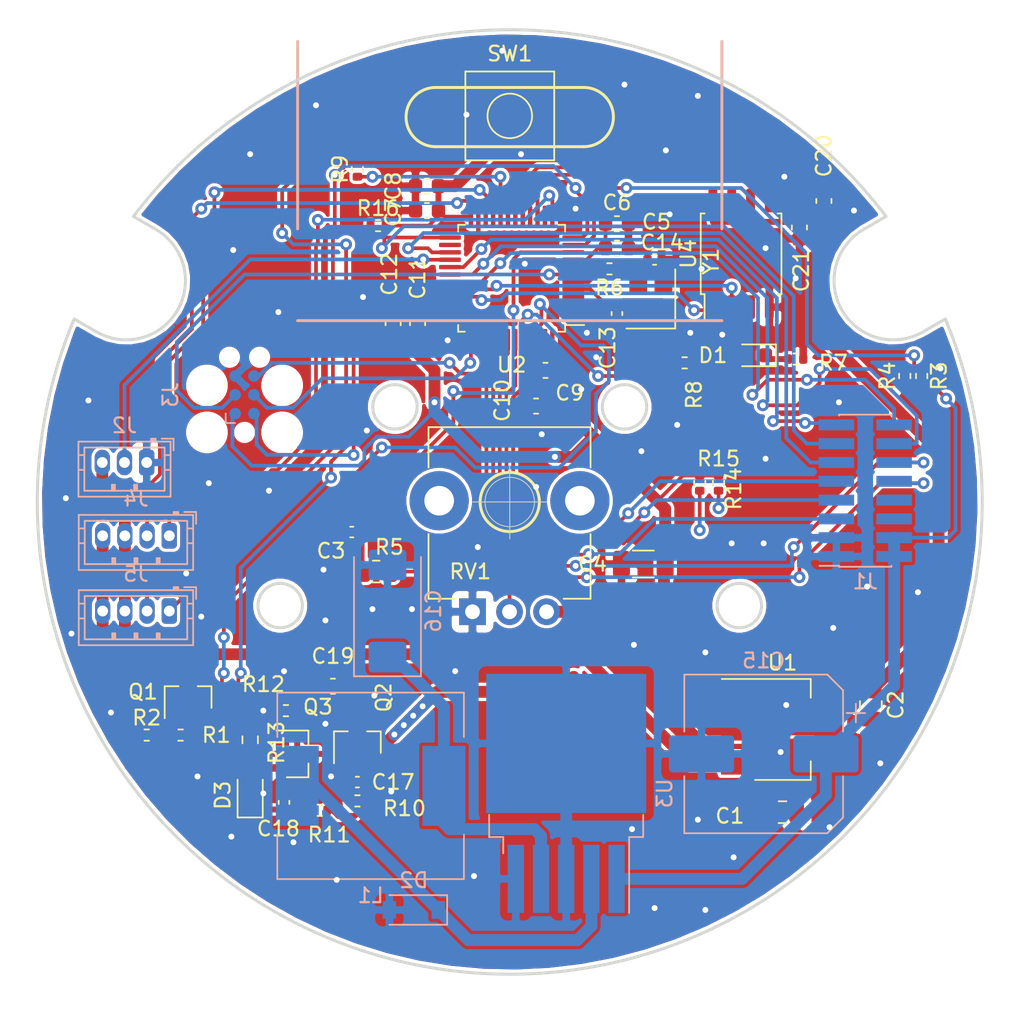
<source format=kicad_pcb>
(kicad_pcb (version 20171130) (host pcbnew "(5.1.9)-1")
  (layers (0 F.Cu signal) (31 B.Cu signal) (34 B.Paste user) (35 F.Paste user hide) (36 B.SilkS user) (37 F.SilkS user) (38 B.Mask user) (39 F.Mask user hide) (44 Edge.Cuts user))
  (net 0 "")
  (net 1 /STM32L151C8T6A/HSE_IN)
  (net 2 "Net-(D1-Pad1)")
  (net 3 "Net-(D1-Pad2)")
  (net 4 /STM32L151C8T6A/HSE_OUT)
  (net 5 /STM32L151C8T6A/BOOT0)
  (net 6 /STM32L151C8T6A/BOOT1)
  (net 7 "Net-(R5-Pad2)")
  (net 8 /STM32L151C8T6A/NRST)
  (net 9 /STM32L151C8T6A/PA0)
  (net 10 /STM32L151C8T6A/PA2)
  (net 11 /STM32L151C8T6A/PA3)
  (net 12 /STM32L151C8T6A/PA4)
  (net 13 /STM32L151C8T6A/PA6)
  (net 14 /STM32L151C8T6A/PB0)
  (net 15 /STM32L151C8T6A/PB1)
  (net 16 /STM32L151C8T6A/PB10)
  (net 17 /STM32L151C8T6A/SWDIO)
  (net 18 /STM32L151C8T6A/SWCLK)
  (net 19 /STM32L151C8T6A/PA15)
  (net 20 /STM32L151C8T6A/SWO)
  (net 21 "Net-(U2-Pad3)")
  (net 22 "Net-(D2-Pad1)")
  (net 23 +5V)
  (net 24 GND)
  (net 25 +3V3)
  (net 26 "Net-(C14-Pad1)")
  (net 27 V_SYSTEM_IN)
  (net 28 /Sheet65FF0824/5V)
  (net 29 "Net-(C17-Pad2)")
  (net 30 /Sheet66006220/SW_B)
  (net 31 "Net-(C19-Pad2)")
  (net 32 "Net-(D3-Pad2)")
  (net 33 SCL_IN)
  (net 34 "Net-(J1-Pad6)")
  (net 35 SDA_IN)
  (net 36 "Net-(J1-Pad8)")
  (net 37 MOTOR_B_OUT)
  (net 38 STAT1_IN)
  (net 39 MOTOR_A_OUT)
  (net 40 STAT2_IN)
  (net 41 DRV_n_FAULT_OUT)
  (net 42 TXD_IN)
  (net 43 DRV_SLEEP_OUT)
  (net 44 RXD_IN)
  (net 45 LED)
  (net 46 PERIPHERAL_GND)
  (net 47 "Net-(Q1-Pad1)")
  (net 48 PERIPHERAL_EN)
  (net 49 VIN_MEAS)
  (net 50 "Net-(U2-Pad1)")
  (net 51 "Net-(U2-Pad4)")
  (net 52 FLASH_SCK)
  (net 53 FLASH_DI)
  (net 54 /STM32L151C8T6A/PB13)
  (net 55 FLASH_DO)
  (net 56 FLASH_CS)
  (net 57 "Net-(U4-Pad3)")
  (net 58 "Net-(U4-Pad7)")
  (net 59 /STM32L151C8T6A/PB11)
  (module voja-footprints:TS-1095PS-A11B3-C3D2 (layer F.Cu) (at 160.533999 42.447386)
    (fp_text reference SW1 (at 0 -4.2) (layer F.SilkS))
    (fp_text value SW_Push)
    (pad 1 smd rect (at 4.6 -1.95) (size 2 1) (layers F.Cu F.Paste F.Mask) (net 30 /Sheet66006220/SW_B))
    (pad 1 smd rect (at -4.6 -1.95) (size 2 1) (layers F.Cu F.Paste F.Mask) (net 30 /Sheet66006220/SW_B))
    (pad 2 smd rect (at -4.6 1.95) (size 2 1) (layers F.Cu F.Paste F.Mask) (net 24 GND))
    (pad 2 smd rect (at 4.6 1.95) (size 2 1) (layers F.Cu F.Paste F.Mask) (net 24 GND))
  )
  (module Package_QFP:LQFP-48_7x7mm_P0.5mm (layer F.Cu) (at 160.657999 53.413393 180)
    (fp_text reference U2 (at 0 -5.85) (layer F.SilkS))
    (fp_text value STM32L151C8TxA)
    (pad 1 smd roundrect (at -4.1625 -2.75 180) (size 1.475 0.3) (layers F.Cu F.Paste F.Mask) (net 50 "Net-(U2-Pad1)"))
    (pad 2 smd roundrect (at -4.1625 -2.25 180) (size 1.475 0.3) (layers F.Cu F.Paste F.Mask) (net 3 "Net-(D1-Pad2)"))
    (pad 3 smd roundrect (at -4.1625 -1.75 180) (size 1.475 0.3) (layers F.Cu F.Paste F.Mask) (net 21 "Net-(U2-Pad3)"))
    (pad 4 smd roundrect (at -4.1625 -1.25 180) (size 1.475 0.3) (layers F.Cu F.Paste F.Mask) (net 51 "Net-(U2-Pad4)"))
    (pad 5 smd roundrect (at -4.1625 -0.75 180) (size 1.475 0.3) (layers F.Cu F.Paste F.Mask) (net 1 /STM32L151C8T6A/HSE_IN))
    (pad 6 smd roundrect (at -4.1625 -0.25 180) (size 1.475 0.3) (layers F.Cu F.Paste F.Mask) (net 4 /STM32L151C8T6A/HSE_OUT))
    (pad 7 smd roundrect (at -4.1625 0.25 180) (size 1.475 0.3) (layers F.Cu F.Paste F.Mask) (net 8 /STM32L151C8T6A/NRST))
    (pad 8 smd roundrect (at -4.1625 0.75 180) (size 1.475 0.3) (layers F.Cu F.Paste F.Mask) (net 24 GND))
    (pad 9 smd roundrect (at -4.1625 1.25 180) (size 1.475 0.3) (layers F.Cu F.Paste F.Mask) (net 25 +3V3))
    (pad 10 smd roundrect (at -4.1625 1.75 180) (size 1.475 0.3) (layers F.Cu F.Paste F.Mask) (net 9 /STM32L151C8T6A/PA0))
    (pad 11 smd roundrect (at -4.1625 2.25 180) (size 1.475 0.3) (layers F.Cu F.Paste F.Mask) (net 49 VIN_MEAS))
    (pad 12 smd roundrect (at -4.1625 2.75 180) (size 1.475 0.3) (layers F.Cu F.Paste F.Mask) (net 10 /STM32L151C8T6A/PA2))
    (pad 13 smd roundrect (at -2.75 4.1625 180) (size 0.3 1.475) (layers F.Cu F.Paste F.Mask) (net 11 /STM32L151C8T6A/PA3))
    (pad 14 smd roundrect (at -2.25 4.1625 180) (size 0.3 1.475) (layers F.Cu F.Paste F.Mask) (net 12 /STM32L151C8T6A/PA4))
    (pad 15 smd roundrect (at -1.75 4.1625 180) (size 0.3 1.475) (layers F.Cu F.Paste F.Mask) (net 52 FLASH_SCK))
    (pad 16 smd roundrect (at -1.25 4.1625 180) (size 0.3 1.475) (layers F.Cu F.Paste F.Mask) (net 13 /STM32L151C8T6A/PA6))
    (pad 17 smd roundrect (at -0.75 4.1625 180) (size 0.3 1.475) (layers F.Cu F.Paste F.Mask) (net 53 FLASH_DI))
    (pad 18 smd roundrect (at -0.25 4.1625 180) (size 0.3 1.475) (layers F.Cu F.Paste F.Mask) (net 14 /STM32L151C8T6A/PB0))
    (pad 19 smd roundrect (at 0.25 4.1625 180) (size 0.3 1.475) (layers F.Cu F.Paste F.Mask) (net 15 /STM32L151C8T6A/PB1))
    (pad 20 smd roundrect (at 0.75 4.1625 180) (size 0.3 1.475) (layers F.Cu F.Paste F.Mask) (net 6 /STM32L151C8T6A/BOOT1))
    (pad 21 smd roundrect (at 1.25 4.1625 180) (size 0.3 1.475) (layers F.Cu F.Paste F.Mask) (net 16 /STM32L151C8T6A/PB10))
    (pad 22 smd roundrect (at 1.75 4.1625 180) (size 0.3 1.475) (layers F.Cu F.Paste F.Mask) (net 59 /STM32L151C8T6A/PB11))
    (pad 23 smd roundrect (at 2.25 4.1625 180) (size 0.3 1.475) (layers F.Cu F.Paste F.Mask) (net 24 GND))
    (pad 24 smd roundrect (at 2.75 4.1625 180) (size 0.3 1.475) (layers F.Cu F.Paste F.Mask) (net 25 +3V3))
    (pad 25 smd roundrect (at 4.1625 2.75 180) (size 1.475 0.3) (layers F.Cu F.Paste F.Mask) (net 41 DRV_n_FAULT_OUT))
    (pad 26 smd roundrect (at 4.1625 2.25 180) (size 1.475 0.3) (layers F.Cu F.Paste F.Mask) (net 54 /STM32L151C8T6A/PB13))
    (pad 27 smd roundrect (at 4.1625 1.75 180) (size 1.475 0.3) (layers F.Cu F.Paste F.Mask) (net 39 MOTOR_A_OUT))
    (pad 28 smd roundrect (at 4.1625 1.25 180) (size 1.475 0.3) (layers F.Cu F.Paste F.Mask) (net 45 LED))
    (pad 29 smd roundrect (at 4.1625 0.75 180) (size 1.475 0.3) (layers F.Cu F.Paste F.Mask) (net 43 DRV_SLEEP_OUT))
    (pad 30 smd roundrect (at 4.1625 0.25 180) (size 1.475 0.3) (layers F.Cu F.Paste F.Mask) (net 42 TXD_IN))
    (pad 31 smd roundrect (at 4.1625 -0.25 180) (size 1.475 0.3) (layers F.Cu F.Paste F.Mask) (net 44 RXD_IN))
    (pad 32 smd roundrect (at 4.1625 -0.75 180) (size 1.475 0.3) (layers F.Cu F.Paste F.Mask) (net 55 FLASH_DO))
    (pad 33 smd roundrect (at 4.1625 -1.25 180) (size 1.475 0.3) (layers F.Cu F.Paste F.Mask) (net 56 FLASH_CS))
    (pad 34 smd roundrect (at 4.1625 -1.75 180) (size 1.475 0.3) (layers F.Cu F.Paste F.Mask) (net 17 /STM32L151C8T6A/SWDIO))
    (pad 35 smd roundrect (at 4.1625 -2.25 180) (size 1.475 0.3) (layers F.Cu F.Paste F.Mask) (net 24 GND))
    (pad 36 smd roundrect (at 4.1625 -2.75 180) (size 1.475 0.3) (layers F.Cu F.Paste F.Mask) (net 25 +3V3))
    (pad 37 smd roundrect (at 2.75 -4.1625 180) (size 0.3 1.475) (layers F.Cu F.Paste F.Mask) (net 18 /STM32L151C8T6A/SWCLK))
    (pad 38 smd roundrect (at 2.25 -4.1625 180) (size 0.3 1.475) (layers F.Cu F.Paste F.Mask) (net 19 /STM32L151C8T6A/PA15))
    (pad 39 smd roundrect (at 1.75 -4.1625 180) (size 0.3 1.475) (layers F.Cu F.Paste F.Mask) (net 20 /STM32L151C8T6A/SWO))
    (pad 40 smd roundrect (at 1.25 -4.1625 180) (size 0.3 1.475) (layers F.Cu F.Paste F.Mask) (net 38 STAT1_IN))
    (pad 41 smd roundrect (at 0.75 -4.1625 180) (size 0.3 1.475) (layers F.Cu F.Paste F.Mask) (net 40 STAT2_IN))
    (pad 42 smd roundrect (at 0.25 -4.1625 180) (size 0.3 1.475) (layers F.Cu F.Paste F.Mask) (net 33 SCL_IN))
    (pad 43 smd roundrect (at -0.25 -4.1625 180) (size 0.3 1.475) (layers F.Cu F.Paste F.Mask) (net 35 SDA_IN))
    (pad 44 smd roundrect (at -0.75 -4.1625 180) (size 0.3 1.475) (layers F.Cu F.Paste F.Mask) (net 5 /STM32L151C8T6A/BOOT0))
    (pad 45 smd roundrect (at -1.25 -4.1625 180) (size 0.3 1.475) (layers F.Cu F.Paste F.Mask) (net 37 MOTOR_B_OUT))
    (pad 46 smd roundrect (at -1.75 -4.1625 180) (size 0.3 1.475) (layers F.Cu F.Paste F.Mask) (net 48 PERIPHERAL_EN))
    (pad 47 smd roundrect (at -2.25 -4.1625 180) (size 0.3 1.475) (layers F.Cu F.Paste F.Mask) (net 24 GND))
    (pad 48 smd roundrect (at -2.75 -4.1625 180) (size 0.3 1.475) (layers F.Cu F.Paste F.Mask) (net 25 +3V3))
  )
  (module Capacitor_SMD:C_1206_3216Metric (layer F.Cu) (at 169.547999 72.717393 180)
    (fp_text reference C4 (at 3.429 0) (layer F.SilkS))
    (fp_text value 4u7)
    (pad 1 smd roundrect (at -1.475 0 180) (size 1.15 1.8) (layers F.Cu F.Paste F.Mask) (roundrect_rratio 0.2173904347826087) (net 25 +3V3))
    (pad 2 smd roundrect (at 1.475 0 180) (size 1.15 1.8) (layers F.Cu F.Paste F.Mask) (roundrect_rratio 0.2173904347826087) (net 24 GND))
  )
  (module Capacitor_SMD:C_0603_1608Metric (layer F.Cu) (at 167.769999 51.381393)
    (fp_text reference C5 (at 2.667 -1.778) (layer F.SilkS))
    (fp_text value 100n)
    (pad 1 smd roundrect (at -0.775 0) (size 0.9 0.95) (layers F.Cu F.Paste F.Mask) (net 25 +3V3))
    (pad 2 smd roundrect (at 0.775 0) (size 0.9 0.95) (layers F.Cu F.Paste F.Mask) (net 24 GND))
  )
  (module Capacitor_SMD:C_0603_1608Metric (layer F.Cu) (at 167.769999 49.730393)
    (fp_text reference C6 (at 0 -1.43) (layer F.SilkS))
    (fp_text value 100n)
    (pad 1 smd roundrect (at -0.775 0) (size 0.9 0.95) (layers F.Cu F.Paste F.Mask) (net 25 +3V3))
    (pad 2 smd roundrect (at 0.775 0) (size 0.9 0.95) (layers F.Cu F.Paste F.Mask) (net 24 GND))
  )
  (module Capacitor_SMD:C_0603_1608Metric (layer F.Cu) (at 154.942999 48.841393 180)
    (fp_text reference C7 (at 2.286 -0.127 270) (layer F.SilkS))
    (fp_text value 100n)
    (pad 2 smd roundrect (at 0.775 0 180) (size 0.9 0.95) (layers F.Cu F.Paste F.Mask) (net 24 GND))
    (pad 1 smd roundrect (at -0.775 0 180) (size 0.9 0.95) (layers F.Cu F.Paste F.Mask) (net 25 +3V3))
  )
  (module Capacitor_SMD:C_0603_1608Metric (layer F.Cu) (at 154.942999 47.190393 180)
    (fp_text reference C8 (at 2.286 0 270) (layer F.SilkS))
    (fp_text value 100n)
    (pad 1 smd roundrect (at -0.775 0 180) (size 0.9 0.95) (layers F.Cu F.Paste F.Mask) (net 25 +3V3))
    (pad 2 smd roundrect (at 0.775 0 180) (size 0.9 0.95) (layers F.Cu F.Paste F.Mask) (net 24 GND))
  )
  (module Capacitor_SMD:C_0603_1608Metric (layer F.Cu) (at 162.943999 59.636393 180)
    (fp_text reference C9 (at -1.638 -1.524) (layer F.SilkS))
    (fp_text value 100n)
    (pad 2 smd roundrect (at 0.775 0 180) (size 0.9 0.95) (layers F.Cu F.Paste F.Mask) (net 24 GND))
    (pad 1 smd roundrect (at -0.775 0 180) (size 0.9 0.95) (layers F.Cu F.Paste F.Mask) (net 25 +3V3))
  )
  (module Capacitor_SMD:C_0603_1608Metric (layer F.Cu) (at 162.308999 62.049393 180)
    (fp_text reference C10 (at 2.286 0.381 270) (layer F.SilkS))
    (fp_text value 100n)
    (pad 1 smd roundrect (at -0.775 0 180) (size 0.9 0.95) (layers F.Cu F.Paste F.Mask) (net 25 +3V3))
    (pad 2 smd roundrect (at 0.775 0 180) (size 0.9 0.95) (layers F.Cu F.Paste F.Mask) (net 24 GND))
  )
  (module Capacitor_SMD:C_0603_1608Metric (layer F.Cu) (at 154.307999 56.448393 90)
    (fp_text reference C11 (at 3.048 0 90) (layer F.SilkS))
    (fp_text value 100n)
    (pad 2 smd roundrect (at 0.775 0 90) (size 0.9 0.95) (layers F.Cu F.Paste F.Mask) (net 24 GND))
    (pad 1 smd roundrect (at -0.775 0 90) (size 0.9 0.95) (layers F.Cu F.Paste F.Mask) (net 25 +3V3))
  )
  (module Capacitor_SMD:C_0603_1608Metric (layer F.Cu) (at 152.656999 56.448393 90)
    (fp_text reference C12 (at 3.302 -0.254 90) (layer F.SilkS))
    (fp_text value 100n)
    (pad 2 smd roundrect (at 0.775 0 90) (size 0.9 0.95) (layers F.Cu F.Paste F.Mask) (net 24 GND))
    (pad 1 smd roundrect (at -0.775 0 90) (size 0.9 0.95) (layers F.Cu F.Paste F.Mask) (net 25 +3V3))
  )
  (module Capacitor_SMD:C_0402_1005Metric (layer F.Cu) (at 167.769999 55.798393 270)
    (fp_text reference C13 (at 2.314 0.635 270) (layer F.SilkS))
    (fp_text value 12p)
    (pad 1 smd roundrect (at -0.48 0 270) (size 0.56 0.62) (layers F.Cu F.Paste F.Mask) (net 1 /STM32L151C8T6A/HSE_IN))
    (pad 2 smd roundrect (at 0.48 0 270) (size 0.56 0.62) (layers F.Cu F.Paste F.Mask) (net 24 GND))
  )
  (module Capacitor_SMD:C_0402_1005Metric (layer F.Cu) (at 170.309999 52.143393)
    (fp_text reference C14 (at 0.508 -1.143) (layer F.SilkS))
    (fp_text value 12p)
    (pad 1 smd roundrect (at -0.48 0) (size 0.56 0.62) (layers F.Cu F.Paste F.Mask) (net 26 "Net-(C14-Pad1)"))
    (pad 2 smd roundrect (at 0.48 0) (size 0.56 0.62) (layers F.Cu F.Paste F.Mask) (net 24 GND))
  )
  (module Capacitor_SMD:C_0805_2012Metric (layer F.Cu) (at 178.945999 89.481393)
    (fp_text reference C1 (at -3.556 0.254) (layer F.SilkS))
    (fp_text value 10u)
    (pad 1 smd roundrect (at -0.95 0) (size 1 1.45) (layers F.Cu F.Paste F.Mask) (net 23 +5V))
    (pad 2 smd roundrect (at 0.95 0) (size 1 1.45) (layers F.Cu F.Paste F.Mask) (net 24 GND))
  )
  (module Capacitor_SMD:C_0805_2012Metric (layer F.Cu) (at 184.914999 82.242393 270)
    (fp_text reference C2 (at 0 -1.68 90) (layer F.SilkS))
    (fp_text value 10u)
    (pad 1 smd roundrect (at -0.95 0 270) (size 1 1.45) (layers F.Cu F.Paste F.Mask) (net 25 +3V3))
    (pad 2 smd roundrect (at 0.95 0 270) (size 1 1.45) (layers F.Cu F.Paste F.Mask) (net 24 GND))
  )
  (module LED_SMD:LED_0603_1608Metric (layer F.Cu) (at 177.015499 58.620393 180)
    (fp_text reference D1 (at 2.7685 0) (layer F.SilkS))
    (fp_text value LED)
    (pad 1 smd roundrect (at -0.7875 0 180) (size 0.875 0.95) (layers F.Cu F.Paste F.Mask) (net 2 "Net-(D1-Pad1)"))
    (pad 2 smd roundrect (at 0.7875 0 180) (size 0.875 0.95) (layers F.Cu F.Paste F.Mask) (net 3 "Net-(D1-Pad2)"))
  )
  (module Connector_JST2:JST_ZH_B4B-ZR_1x04_P1.50mm_Vertical (layer B.Cu) (at 137.543999 75.892393 180)
    (fp_text reference J5 (at 2.25 2.5) (layer B.SilkS) (effects (justify mirror)))
    (fp_text value DBG)
    (pad 1 thru_hole roundrect (at 0 0 180) (size 1.03 1.73) (drill 0.73) (layers *.Cu *.Mask) (roundrect_rratio 0.2427174757281553) (net 10 /STM32L151C8T6A/PA2))
    (pad 2 thru_hole oval (at 1.5 0 180) (size 1.03 1.73) (drill 0.73) (layers *.Cu *.Mask) (net 11 /STM32L151C8T6A/PA3))
    (pad 3 thru_hole oval (at 3 0 180) (size 1.03 1.73) (drill 0.73) (layers *.Cu *.Mask) (net 23 +5V))
    (pad 4 thru_hole oval (at 4.5 0 180) (size 1.03 1.73) (drill 0.73) (layers *.Cu *.Mask) (net 46 PERIPHERAL_GND))
  )
  (module Connector_JST2:JST_ZH_B4B-ZR_1x04_P1.50mm_Vertical (layer B.Cu) (at 137.543999 70.812393 180)
    (fp_text reference J4 (at 2.25 2.5) (layer B.SilkS) (effects (justify mirror)))
    (fp_text value DBG)
    (pad 4 thru_hole oval (at 4.5 0 180) (size 1.03 1.73) (drill 0.73) (layers *.Cu *.Mask) (net 46 PERIPHERAL_GND))
    (pad 3 thru_hole oval (at 3 0 180) (size 1.03 1.73) (drill 0.73) (layers *.Cu *.Mask) (net 23 +5V))
    (pad 2 thru_hole oval (at 1.5 0 180) (size 1.03 1.73) (drill 0.73) (layers *.Cu *.Mask) (net 59 /STM32L151C8T6A/PB11))
    (pad 1 thru_hole roundrect (at 0 0 180) (size 1.03 1.73) (drill 0.73) (layers *.Cu *.Mask) (roundrect_rratio 0.2427174757281553) (net 16 /STM32L151C8T6A/PB10))
  )
  (module Connector:Tag-Connect_TC2030-IDC-FP_2x03_P1.27mm_Vertical (layer B.Cu) (at 142.623999 61.287393 90)
    (fp_text reference J3 (at 0 -5 270) (layer B.SilkS) (effects (justify mirror)))
    (fp_text value Conn_02x03_Odd_Even)
    (pad "" np_thru_hole circle (at -2.54 -2.54 90) (size 2.3749 2.3749) (drill 2.3749) (layers *.Cu *.Mask))
    (pad "" np_thru_hole circle (at -2.54 2.54 90) (size 2.3749 2.3749) (drill 2.3749) (layers *.Cu *.Mask))
    (pad "" np_thru_hole circle (at 0.635 2.54 90) (size 2.3749 2.3749) (drill 2.3749) (layers *.Cu *.Mask))
    (pad "" np_thru_hole circle (at 0.635 -2.54 90) (size 2.3749 2.3749) (drill 2.3749) (layers *.Cu *.Mask))
    (pad "" np_thru_hole circle (at 2.54 1.016 90) (size 0.9906 0.9906) (drill 0.9906) (layers *.Cu *.Mask))
    (pad "" np_thru_hole circle (at 2.54 -1.016 90) (size 0.9906 0.9906) (drill 0.9906) (layers *.Cu *.Mask))
    (pad "" np_thru_hole circle (at -2.54 0 90) (size 0.9906 0.9906) (drill 0.9906) (layers *.Cu *.Mask))
    (pad 1 connect circle (at -1.27 -0.635 90) (size 0.7874 0.7874) (layers B.Cu B.Mask) (net 25 +3V3))
    (pad 2 connect circle (at -1.27 0.635 90) (size 0.7874 0.7874) (layers B.Cu B.Mask) (net 17 /STM32L151C8T6A/SWDIO))
    (pad 3 connect circle (at 0 -0.635 90) (size 0.7874 0.7874) (layers B.Cu B.Mask) (net 8 /STM32L151C8T6A/NRST))
    (pad 4 connect circle (at 0 0.635 90) (size 0.7874 0.7874) (layers B.Cu B.Mask) (net 18 /STM32L151C8T6A/SWCLK))
    (pad 5 connect circle (at 1.27 -0.635 90) (size 0.7874 0.7874) (layers B.Cu B.Mask) (net 24 GND))
    (pad 6 connect circle (at 1.27 0.635 90) (size 0.7874 0.7874) (layers B.Cu B.Mask) (net 20 /STM32L151C8T6A/SWO))
  )
  (module Resistor_SMD:R_0402_1005Metric (layer F.Cu) (at 167.261999 52.778393)
    (fp_text reference R6 (at 0 1.27) (layer F.SilkS))
    (fp_text value 47)
    (pad 2 smd roundrect (at 0.51 0) (size 0.54 0.64) (layers F.Cu F.Paste F.Mask) (net 26 "Net-(C14-Pad1)"))
    (pad 1 smd roundrect (at -0.51 0) (size 0.54 0.64) (layers F.Cu F.Paste F.Mask) (net 4 /STM32L151C8T6A/HSE_OUT))
  )
  (module Resistor_SMD:R_0402_1005Metric (layer F.Cu) (at 179.834999 58.874393 180)
    (fp_text reference R7 (at -2.54 -0.254) (layer F.SilkS))
    (fp_text value 1k5)
    (pad 2 smd roundrect (at 0.51 0 180) (size 0.54 0.64) (layers F.Cu F.Paste F.Mask) (net 2 "Net-(D1-Pad1)"))
    (pad 1 smd roundrect (at -0.51 0 180) (size 0.54 0.64) (layers F.Cu F.Paste F.Mask) (net 24 GND))
  )
  (module Resistor_SMD:R_0402_1005Metric (layer F.Cu) (at 172.339999 59.128393)
    (fp_text reference R8 (at 0.635 2.159 270) (layer F.SilkS))
    (fp_text value 10K)
    (pad 2 smd roundrect (at 0.51 0) (size 0.54 0.64) (layers F.Cu F.Paste F.Mask) (net 24 GND))
    (pad 1 smd roundrect (at -0.51 0) (size 0.54 0.64) (layers F.Cu F.Paste F.Mask) (net 5 /STM32L151C8T6A/BOOT0))
  )
  (module Resistor_SMD:R_0402_1005Metric (layer F.Cu) (at 150.243999 46.045393 90)
    (fp_text reference R9 (at 0 -1.17 90) (layer F.SilkS))
    (fp_text value 10K)
    (pad 1 smd roundrect (at -0.51 0 90) (size 0.54 0.64) (layers F.Cu F.Paste F.Mask) (net 6 /STM32L151C8T6A/BOOT1))
    (pad 2 smd roundrect (at 0.51 0 90) (size 0.54 0.64) (layers F.Cu F.Paste F.Mask) (net 24 GND))
  )
  (module Resistor_SMD:R_0805_2012Metric (layer F.Cu) (at 151.513999 73.225393)
    (fp_text reference R5 (at 0.889 -1.651) (layer F.SilkS))
    (fp_text value 150)
    (pad 1 smd roundrect (at -0.9125 0) (size 1.025 1.4) (layers F.Cu F.Paste F.Mask) (roundrect_rratio 0.2439014634146341) (net 9 /STM32L151C8T6A/PA0))
    (pad 2 smd roundrect (at 0.9125 0) (size 1.025 1.4) (layers F.Cu F.Paste F.Mask) (roundrect_rratio 0.2439014634146341) (net 7 "Net-(R5-Pad2)"))
  )
  (module Package_TO_SOT_SMD:SOT-223-3_TabPin2 (layer F.Cu) (at 178.945999 83.893393)
    (fp_text reference U1 (at 0 -4.5) (layer F.SilkS))
    (fp_text value AMS1117-3.3)
    (pad 2 smd rect (at 3.15 0) (size 2 3.8) (layers F.Cu F.Paste F.Mask) (net 25 +3V3))
    (pad 2 smd rect (at -3.15 0) (size 2 1.5) (layers F.Cu F.Paste F.Mask) (net 25 +3V3))
    (pad 3 smd rect (at -3.15 2.3) (size 2 1.5) (layers F.Cu F.Paste F.Mask) (net 23 +5V))
    (pad 1 smd rect (at -3.15 -2.3) (size 2 1.5) (layers F.Cu F.Paste F.Mask) (net 24 GND))
  )
  (module Crystal:Crystal_SMD_3225-4Pin_3.2x2.5mm (layer F.Cu) (at 170.055999 54.810393 90)
    (fp_text reference Y1 (at 2.54 4.064 90) (layer F.SilkS))
    (fp_text value 16MHz)
    (pad 1 smd rect (at -1.1 0.85 90) (size 1.4 1.2) (layers F.Cu F.Paste F.Mask) (net 1 /STM32L151C8T6A/HSE_IN))
    (pad 2 smd rect (at 1.1 0.85 90) (size 1.4 1.2) (layers F.Cu F.Paste F.Mask) (net 24 GND))
    (pad 3 smd rect (at 1.1 -0.85 90) (size 1.4 1.2) (layers F.Cu F.Paste F.Mask) (net 26 "Net-(C14-Pad1)"))
    (pad 4 smd rect (at -1.1 -0.85 90) (size 1.4 1.2) (layers F.Cu F.Paste F.Mask) (net 24 GND))
  )
  (module Capacitor_SMD:C_0402_1005Metric (layer F.Cu) (at 149.862999 70.558393 180)
    (fp_text reference C3 (at 1.397 -1.27) (layer F.SilkS))
    (fp_text value 10u)
    (pad 1 smd roundrect (at -0.48 0 180) (size 0.56 0.62) (layers F.Cu F.Paste F.Mask) (net 9 /STM32L151C8T6A/PA0))
    (pad 2 smd roundrect (at 0.48 0 180) (size 0.56 0.62) (layers F.Cu F.Paste F.Mask) (net 24 GND))
  )
  (module Capacitor_SMD:CP_Elec_10x10.5 (layer B.Cu) (at 177.675999 85.544393 180)
    (fp_text reference C15 (at 0 6.3) (layer B.SilkS) (effects (justify mirror)))
    (fp_text value 680uF)
    (pad 1 smd roundrect (at -4.2 0 180) (size 4.4 2.5) (layers B.Cu B.Paste B.Mask) (roundrect_rratio 0.1) (net 27 V_SYSTEM_IN))
    (pad 2 smd roundrect (at 4.2 0 180) (size 4.4 2.5) (layers B.Cu B.Paste B.Mask) (roundrect_rratio 0.1) (net 24 GND))
  )
  (module Capacitor_Tantalum_SMD:CP_EIA-7343-31_Kemet-D (layer B.Cu) (at 152.275999 75.892393 90)
    (fp_text reference C16 (at 0 3.1 90) (layer B.SilkS) (effects (justify mirror)))
    (fp_text value 220uF)
    (pad 1 smd roundrect (at -3.1125 0 90) (size 2.075 2.55) (layers B.Cu B.Paste B.Mask) (roundrect_rratio 0.1204819277108434) (net 28 /Sheet65FF0824/5V))
    (pad 2 smd roundrect (at 3.1125 0 90) (size 2.075 2.55) (layers B.Cu B.Paste B.Mask) (roundrect_rratio 0.1204819277108434) (net 24 GND))
  )
  (module Capacitor_SMD:C_0402_1005Metric (layer F.Cu) (at 150.243999 87.449393 180)
    (fp_text reference C17 (at -2.413 0) (layer F.SilkS))
    (fp_text value 0u1)
    (pad 2 smd roundrect (at 0.48 0 180) (size 0.56 0.62) (layers F.Cu F.Paste F.Mask) (net 29 "Net-(C17-Pad2)"))
    (pad 1 smd roundrect (at -0.48 0 180) (size 0.56 0.62) (layers F.Cu F.Paste F.Mask) (net 28 /Sheet65FF0824/5V))
  )
  (module Capacitor_SMD:C_0402_1005Metric (layer F.Cu) (at 145.290999 88.818393 90)
    (fp_text reference C18 (at -1.778 -0.381 180) (layer F.SilkS))
    (fp_text value 1u)
    (pad 1 smd roundrect (at -0.48 0 90) (size 0.56 0.62) (layers F.Cu F.Paste F.Mask) (net 30 /Sheet66006220/SW_B))
    (pad 2 smd roundrect (at 0.48 0 90) (size 0.56 0.62) (layers F.Cu F.Paste F.Mask) (net 29 "Net-(C17-Pad2)"))
  )
  (module Capacitor_SMD:C_0603_1608Metric (layer F.Cu) (at 148.592999 80.972393 180)
    (fp_text reference C19 (at 0 2.032) (layer F.SilkS))
    (fp_text value 10u)
    (pad 1 smd roundrect (at -0.775 0 180) (size 0.9 0.95) (layers F.Cu F.Paste F.Mask) (net 23 +5V))
    (pad 2 smd roundrect (at 0.775 0 180) (size 0.9 0.95) (layers F.Cu F.Paste F.Mask) (net 31 "Net-(C19-Pad2)"))
  )
  (module Diode_SMD:D_SOD-123 (layer B.Cu) (at 154.053999 96.085393 180)
    (fp_text reference D2 (at 0 2) (layer B.SilkS) (effects (justify mirror)))
    (fp_text value " SK32WA")
    (pad 1 smd rect (at -1.65 0 180) (size 0.9 1.2) (layers B.Cu B.Paste B.Mask) (net 22 "Net-(D2-Pad1)"))
    (pad 2 smd rect (at 1.65 0 180) (size 0.9 1.2) (layers B.Cu B.Paste B.Mask) (net 24 GND))
  )
  (module Diode_SMD:D_SOD-323 (layer F.Cu) (at 143.004999 88.338393 90)
    (fp_text reference D3 (at 0 -1.85 90) (layer F.SilkS))
    (fp_text value 1N5819WS)
    (pad 1 smd rect (at -1.05 0 90) (size 0.6 0.45) (layers F.Cu F.Paste F.Mask) (net 30 /Sheet66006220/SW_B))
    (pad 2 smd rect (at 1.05 0 90) (size 0.6 0.45) (layers F.Cu F.Paste F.Mask) (net 32 "Net-(D3-Pad2)"))
  )
  (module Connector_PinHeader_1.27mm:PinHeader_2x08_P1.27mm_Vertical_SMD (layer B.Cu) (at 184.533999 67.764393)
    (fp_text reference J1 (at 0 6.14) (layer B.SilkS) (effects (justify mirror)))
    (fp_text value Conn_02x08_Odd_Even)
    (pad 1 smd rect (at -1.95 4.445) (size 2.4 0.74) (layers B.Cu B.Paste B.Mask) (net 24 GND))
    (pad 2 smd rect (at 1.95 4.445) (size 2.4 0.74) (layers B.Cu B.Paste B.Mask) (net 27 V_SYSTEM_IN))
    (pad 3 smd rect (at -1.95 3.175) (size 2.4 0.74) (layers B.Cu B.Paste B.Mask) (net 24 GND))
    (pad 4 smd rect (at 1.95 3.175) (size 2.4 0.74) (layers B.Cu B.Paste B.Mask) (net 27 V_SYSTEM_IN))
    (pad 5 smd rect (at -1.95 1.905) (size 2.4 0.74) (layers B.Cu B.Paste B.Mask) (net 33 SCL_IN))
    (pad 6 smd rect (at 1.95 1.905) (size 2.4 0.74) (layers B.Cu B.Paste B.Mask) (net 34 "Net-(J1-Pad6)"))
    (pad 7 smd rect (at -1.95 0.635) (size 2.4 0.74) (layers B.Cu B.Paste B.Mask) (net 35 SDA_IN))
    (pad 8 smd rect (at 1.95 0.635) (size 2.4 0.74) (layers B.Cu B.Paste B.Mask) (net 36 "Net-(J1-Pad8)"))
    (pad 9 smd rect (at -1.95 -0.635) (size 2.4 0.74) (layers B.Cu B.Paste B.Mask) (net 37 MOTOR_B_OUT))
    (pad 10 smd rect (at 1.95 -0.635) (size 2.4 0.74) (layers B.Cu B.Paste B.Mask) (net 38 STAT1_IN))
    (pad 11 smd rect (at -1.95 -1.905) (size 2.4 0.74) (layers B.Cu B.Paste B.Mask) (net 39 MOTOR_A_OUT))
    (pad 12 smd rect (at 1.95 -1.905) (size 2.4 0.74) (layers B.Cu B.Paste B.Mask) (net 40 STAT2_IN))
    (pad 13 smd rect (at -1.95 -3.175) (size 2.4 0.74) (layers B.Cu B.Paste B.Mask) (net 41 DRV_n_FAULT_OUT))
    (pad 14 smd rect (at 1.95 -3.175) (size 2.4 0.74) (layers B.Cu B.Paste B.Mask) (net 42 TXD_IN))
    (pad 15 smd rect (at -1.95 -4.445) (size 2.4 0.74) (layers B.Cu B.Paste B.Mask) (net 43 DRV_SLEEP_OUT))
    (pad 16 smd rect (at 1.95 -4.445) (size 2.4 0.74) (layers B.Cu B.Paste B.Mask) (net 44 RXD_IN))
  )
  (module Connector_JST2:JST_ZH_B3B-ZR_1x03_P1.50mm_Vertical (layer B.Cu) (at 136.019999 65.859393 180)
    (fp_text reference J2 (at 1.5 2.5) (layer B.SilkS) (effects (justify mirror)))
    (fp_text value Conn_01x03_Male)
    (pad 1 thru_hole roundrect (at 0 0 180) (size 1.03 1.73) (drill 0.73) (layers *.Cu *.Mask) (roundrect_rratio 0.2427174757281553) (net 24 GND))
    (pad 2 thru_hole oval (at 1.5 0 180) (size 1.03 1.73) (drill 0.73) (layers *.Cu *.Mask) (net 45 LED))
    (pad 3 thru_hole oval (at 3 0 180) (size 1.03 1.73) (drill 0.73) (layers *.Cu *.Mask) (net 23 +5V))
  )
  (module Inductor_SMD:L_12x12mm_H8mm (layer B.Cu) (at 151.135999 87.703393)
    (fp_text reference L1 (at 0 7.4) (layer B.SilkS) (effects (justify mirror)))
    (fp_text value 33uH)
    (pad 1 smd rect (at -4.95 0) (size 2.9 5.4) (layers B.Cu B.Paste B.Mask) (net 22 "Net-(D2-Pad1)"))
    (pad 2 smd rect (at 4.95 0) (size 2.9 5.4) (layers B.Cu B.Paste B.Mask) (net 28 /Sheet65FF0824/5V))
  )
  (module Package_TO_SOT_SMD:SOT-23 (layer F.Cu) (at 138.813999 81.734393 90)
    (fp_text reference Q1 (at 0.381 -3.048 180) (layer F.SilkS))
    (fp_text value AO3400A)
    (pad 1 smd rect (at -1 -0.95 90) (size 0.9 0.8) (layers F.Cu F.Paste F.Mask) (net 47 "Net-(Q1-Pad1)"))
    (pad 2 smd rect (at -1 0.95 90) (size 0.9 0.8) (layers F.Cu F.Paste F.Mask) (net 24 GND))
    (pad 3 smd rect (at 1 0 90) (size 0.9 0.8) (layers F.Cu F.Paste F.Mask) (net 46 PERIPHERAL_GND))
  )
  (module Package_TO_SOT_SMD:SOT-23 (layer F.Cu) (at 150.243999 84.782393 90)
    (fp_text reference Q2 (at 3.048 1.778 90) (layer F.SilkS))
    (fp_text value AO3401A)
    (pad 1 smd rect (at -1 -0.95 90) (size 0.9 0.8) (layers F.Cu F.Paste F.Mask) (net 29 "Net-(C17-Pad2)"))
    (pad 2 smd rect (at -1 0.95 90) (size 0.9 0.8) (layers F.Cu F.Paste F.Mask) (net 28 /Sheet65FF0824/5V))
    (pad 3 smd rect (at 1 0 90) (size 0.9 0.8) (layers F.Cu F.Paste F.Mask) (net 23 +5V))
  )
  (module Package_TO_SOT_SMD:SOT-23 (layer F.Cu) (at 146.179999 85.544393)
    (fp_text reference Q3 (at 1.397 -3.175) (layer F.SilkS))
    (fp_text value AO3400A)
    (pad 3 smd rect (at 1 0) (size 0.9 0.8) (layers F.Cu F.Paste F.Mask) (net 29 "Net-(C17-Pad2)"))
    (pad 2 smd rect (at -1 0.95) (size 0.9 0.8) (layers F.Cu F.Paste F.Mask) (net 24 GND))
    (pad 1 smd rect (at -1 -0.95) (size 0.9 0.8) (layers F.Cu F.Paste F.Mask) (net 31 "Net-(C19-Pad2)"))
  )
  (module Resistor_SMD:R_0402_1005Metric (layer F.Cu) (at 138.305999 84.274393)
    (fp_text reference R1 (at 2.413 0) (layer F.SilkS))
    (fp_text value 220)
    (pad 1 smd roundrect (at -0.51 0) (size 0.54 0.64) (layers F.Cu F.Paste F.Mask) (net 47 "Net-(Q1-Pad1)"))
    (pad 2 smd roundrect (at 0.51 0) (size 0.54 0.64) (layers F.Cu F.Paste F.Mask) (net 48 PERIPHERAL_EN))
  )
  (module Resistor_SMD:R_0402_1005Metric (layer F.Cu) (at 136.019999 84.274393)
    (fp_text reference R2 (at 0 -1.17) (layer F.SilkS))
    (fp_text value 10K)
    (pad 2 smd roundrect (at 0.51 0) (size 0.54 0.64) (layers F.Cu F.Paste F.Mask) (net 47 "Net-(Q1-Pad1)"))
    (pad 1 smd roundrect (at -0.51 0) (size 0.54 0.64) (layers F.Cu F.Paste F.Mask) (net 24 GND))
  )
  (module Resistor_SMD:R_0402_1005Metric (layer F.Cu) (at 188.343999 60.017393 270)
    (fp_text reference R3 (at 0 -1.17 90) (layer F.SilkS))
    (fp_text value 150K)
    (pad 1 smd roundrect (at -0.51 0 270) (size 0.54 0.64) (layers F.Cu F.Paste F.Mask) (net 49 VIN_MEAS))
    (pad 2 smd roundrect (at 0.51 0 270) (size 0.54 0.64) (layers F.Cu F.Paste F.Mask) (net 27 V_SYSTEM_IN))
  )
  (module Resistor_SMD:R_0402_1005Metric (layer F.Cu) (at 187.200999 60.017393 90)
    (fp_text reference R4 (at 0 -1.17 90) (layer F.SilkS))
    (fp_text value 20K)
    (pad 2 smd roundrect (at 0.51 0 90) (size 0.54 0.64) (layers F.Cu F.Paste F.Mask) (net 49 VIN_MEAS))
    (pad 1 smd roundrect (at -0.51 0 90) (size 0.54 0.64) (layers F.Cu F.Paste F.Mask) (net 24 GND))
  )
  (module Resistor_SMD:R_0402_1005Metric (layer F.Cu) (at 150.243999 88.719393)
    (fp_text reference R10 (at 3.175 0.508) (layer F.SilkS))
    (fp_text value 100K)
    (pad 2 smd roundrect (at 0.51 0) (size 0.54 0.64) (layers F.Cu F.Paste F.Mask) (net 28 /Sheet65FF0824/5V))
    (pad 1 smd roundrect (at -0.51 0) (size 0.54 0.64) (layers F.Cu F.Paste F.Mask) (net 29 "Net-(C17-Pad2)"))
  )
  (module Resistor_SMD:R_0402_1005Metric (layer F.Cu) (at 147.703999 89.354393)
    (fp_text reference R11 (at 0.635 1.651) (layer F.SilkS))
    (fp_text value 10K)
    (pad 1 smd roundrect (at -0.51 0) (size 0.54 0.64) (layers F.Cu F.Paste F.Mask) (net 30 /Sheet66006220/SW_B))
    (pad 2 smd roundrect (at 0.51 0) (size 0.54 0.64) (layers F.Cu F.Paste F.Mask) (net 28 /Sheet65FF0824/5V))
  )
  (module Resistor_SMD:R_0402_1005Metric (layer F.Cu) (at 145.417999 82.623393)
    (fp_text reference R12 (at -1.524 -1.778) (layer F.SilkS))
    (fp_text value 100K)
    (pad 1 smd roundrect (at -0.51 0) (size 0.54 0.64) (layers F.Cu F.Paste F.Mask) (net 32 "Net-(D3-Pad2)"))
    (pad 2 smd roundrect (at 0.51 0) (size 0.54 0.64) (layers F.Cu F.Paste F.Mask) (net 23 +5V))
  )
  (module Resistor_SMD:R_0603_1608Metric (layer F.Cu) (at 143.004999 84.592393 90)
    (fp_text reference R13 (at -0.19 1.778 90) (layer F.SilkS))
    (fp_text value 300K)
    (pad 1 smd roundrect (at -0.825 0 90) (size 0.8 0.95) (layers F.Cu F.Paste F.Mask) (net 32 "Net-(D3-Pad2)"))
    (pad 2 smd roundrect (at 0.825 0 90) (size 0.8 0.95) (layers F.Cu F.Paste F.Mask) (net 31 "Net-(C19-Pad2)"))
  )
  (module Potentiometer_THT:Potentiometer_TT_P0915N (layer F.Cu) (at 158.016399 75.943193)
    (fp_text reference RV1 (at -0.1524 -2.7178) (layer F.SilkS))
    (fp_text value P0915N-FC15BR100K)
    (pad "" thru_hole oval (at 7.25 -7.5) (size 4 4) (drill 2) (layers *.Cu *.Mask))
    (pad "" thru_hole oval (at -2.25 -7.5) (size 4 4) (drill 2) (layers *.Cu *.Mask))
    (pad 3 thru_hole circle (at 5 0) (size 1.8 1.8) (drill 1) (layers *.Cu *.Mask) (net 25 +3V3))
    (pad 2 thru_hole circle (at 2.5 0) (size 1.8 1.8) (drill 1) (layers *.Cu *.Mask) (net 7 "Net-(R5-Pad2)"))
    (pad 1 thru_hole rect (at 0 0) (size 1.8 1.8) (drill 1) (layers *.Cu *.Mask) (net 24 GND))
  )
  (module Package_TO_SOT_SMD:TO-263-5_TabPin3 (layer B.Cu) (at 164.340999 88.211393 90)
    (fp_text reference U3 (at 0 6.65 90) (layer B.SilkS) (effects (justify mirror)))
    (fp_text value LM2596S-5)
    (pad 1 smd rect (at -5.775 3.4 90) (size 4.6 1.1) (layers B.Cu B.Paste B.Mask) (net 27 V_SYSTEM_IN))
    (pad 2 smd rect (at -5.775 1.7 90) (size 4.6 1.1) (layers B.Cu B.Paste B.Mask) (net 22 "Net-(D2-Pad1)"))
    (pad 3 smd rect (at -5.775 0 90) (size 4.6 1.1) (layers B.Cu B.Paste B.Mask) (net 24 GND))
    (pad 4 smd rect (at -5.775 -1.7 90) (size 4.6 1.1) (layers B.Cu B.Paste B.Mask) (net 28 /Sheet65FF0824/5V))
    (pad 5 smd rect (at -5.775 -3.4 90) (size 4.6 1.1) (layers B.Cu B.Paste B.Mask) (net 24 GND))
    (pad 3 smd rect (at 3.375 0 90) (size 9.4 10.8) (layers B.Cu B.Mask) (net 24 GND))
  )
  (module Capacitor_SMD:C_0603_1608Metric (layer F.Cu) (at 181.739999 48.193393 90)
    (fp_text reference C20 (at 3.048 0 90) (layer F.SilkS))
    (fp_text value 100n)
    (pad 2 smd roundrect (at 0.775 0 90) (size 0.9 0.95) (layers F.Cu F.Paste F.Mask) (net 24 GND))
    (pad 1 smd roundrect (at -0.775 0 90) (size 0.9 0.95) (layers F.Cu F.Paste F.Mask) (net 25 +3V3))
  )
  (module Capacitor_SMD:C_0603_1608Metric (layer F.Cu) (at 180.088999 49.984393 270)
    (fp_text reference C21 (at 2.921 -0.127 90) (layer F.SilkS))
    (fp_text value 100n)
    (pad 1 smd roundrect (at -0.775 0 270) (size 0.9 0.95) (layers F.Cu F.Paste F.Mask) (net 25 +3V3))
    (pad 2 smd roundrect (at 0.775 0 270) (size 0.9 0.95) (layers F.Cu F.Paste F.Mask) (net 24 GND))
  )
  (module Package_SO:SOIC-8_5.23x5.23mm_P1.27mm (layer F.Cu) (at 176.151999 51.762393 90)
    (fp_text reference U4 (at 0 -3.56 270) (layer F.SilkS))
    (fp_text value W25Q128JVS)
    (pad 1 smd roundrect (at -3.6 -1.905 90) (size 1.6 0.6) (layers F.Cu F.Paste F.Mask) (net 56 FLASH_CS))
    (pad 2 smd roundrect (at -3.6 -0.635 90) (size 1.6 0.6) (layers F.Cu F.Paste F.Mask) (net 55 FLASH_DO))
    (pad 3 smd roundrect (at -3.6 0.635 90) (size 1.6 0.6) (layers F.Cu F.Paste F.Mask) (net 57 "Net-(U4-Pad3)"))
    (pad 4 smd roundrect (at -3.6 1.905 90) (size 1.6 0.6) (layers F.Cu F.Paste F.Mask) (net 24 GND))
    (pad 5 smd roundrect (at 3.6 1.905 90) (size 1.6 0.6) (layers F.Cu F.Paste F.Mask) (net 53 FLASH_DI))
    (pad 6 smd roundrect (at 3.6 0.635 90) (size 1.6 0.6) (layers F.Cu F.Paste F.Mask) (net 52 FLASH_SCK))
    (pad 7 smd roundrect (at 3.6 -0.635 90) (size 1.6 0.6) (layers F.Cu F.Paste F.Mask) (net 58 "Net-(U4-Pad7)"))
    (pad 8 smd roundrect (at 3.6 -1.905 90) (size 1.6 0.6) (layers F.Cu F.Paste F.Mask) (net 25 +3V3))
  )
  (module Resistor_SMD:R_0402_1005Metric (layer F.Cu) (at 173.357999 67.254393 90)
    (fp_text reference R14 (at -0.381 2.286 90) (layer F.SilkS))
    (fp_text value 4K7)
    (pad 2 smd roundrect (at 0.51 0 90) (size 0.54 0.64) (layers F.Cu F.Paste F.Mask) (net 25 +3V3))
    (pad 1 smd roundrect (at -0.51 0 90) (size 0.54 0.64) (layers F.Cu F.Paste F.Mask) (net 33 SCL_IN))
  )
  (module Resistor_SMD:R_0402_1005Metric (layer F.Cu) (at 174.627999 67.254393 90)
    (fp_text reference R15 (at 1.651 0 180) (layer F.SilkS))
    (fp_text value 4K7)
    (pad 2 smd roundrect (at 0.51 0 90) (size 0.54 0.64) (layers F.Cu F.Paste F.Mask) (net 25 +3V3))
    (pad 1 smd roundrect (at -0.51 0 90) (size 0.54 0.64) (layers F.Cu F.Paste F.Mask) (net 35 SDA_IN))
  )
  (module Resistor_SMD:R_0402_1005Metric (layer F.Cu) (at 151.640999 49.857393)
    (fp_text reference R16 (at 0 -1.17) (layer F.SilkS))
    (fp_text value 4K7)
    (pad 1 smd roundrect (at -0.51 0) (size 0.54 0.64) (layers F.Cu F.Paste F.Mask) (net 41 DRV_n_FAULT_OUT))
    (pad 2 smd roundrect (at 0.51 0) (size 0.54 0.64) (layers F.Cu F.Paste F.Mask) (net 25 +3V3))
  )
  (target plus (at 160.530999 68.526393) (size 5) (width 0.05) (layer Edge.Cuts))
  (gr_line (start 174.853126 56.276393) (end 146.208872 56.276393) (layer B.SilkS) (width 0.2))
  (gr_line (start 146.208872 50.076394) (end 146.208872 37.414673) (layer B.SilkS) (width 0.2))
  (gr_arc (start 160.530999 68.526393) (end 185.939163 49.238181) (angle -105.5932297) (layer Edge.Cuts) (width 0.2))
  (gr_arc (start 186.425158 53.576394) (end 184.425158 50.112292) (angle -180) (layer Edge.Cuts) (width 0.2))
  (gr_line (start 189.939163 56.166384) (end 188.425158 57.040495) (layer Edge.Cuts) (width 0.2))
  (gr_circle (center 145.031 75.526392) (end 146.531 75.526392) (layer Edge.Cuts) (width 0.2))
  (gr_circle (center 176.030998 75.526393) (end 177.530998 75.526393) (layer Edge.Cuts) (width 0.2))
  (gr_circle (center 168.280998 62.103) (end 169.780998 62.103) (layer Edge.Cuts) (width 0.2))
  (gr_circle (center 160.530999 68.526393) (end 162.530999 68.526393) (layer F.SilkS) (width 0.2))
  (gr_circle (center 152.781 62.103) (end 154.281 62.103) (layer Edge.Cuts) (width 0.2))
  (gr_line (start 184.425158 50.112292) (end 185.939163 49.238181) (layer Edge.Cuts) (width 0.2))
  (gr_line (start 135.122835 49.238181) (end 136.63684 50.112292) (layer Edge.Cuts) (width 0.2))
  (gr_arc (start 160.530999 68.526393) (end 131.122835 56.166384) (angle -225.5932297) (layer Edge.Cuts) (width 0.2))
  (gr_line (start 155.531 44.526393) (end 165.530999 44.526393) (layer F.SilkS) (width 0.2))
  (gr_line (start 132.63684 57.040495) (end 131.122835 56.166384) (layer Edge.Cuts) (width 0.2))
  (gr_arc (start 155.531 42.526393) (end 155.531 40.526393) (angle -180) (layer F.SilkS) (width 0.2))
  (gr_line (start 165.530999 40.526393) (end 155.531 40.526393) (layer F.SilkS) (width 0.2))
  (gr_arc (start 165.530999 42.526393) (end 165.530999 44.526393) (angle -180) (layer F.SilkS) (width 0.2))
  (gr_arc (start 134.63684 53.576394) (end 132.63684 57.040495) (angle -179.9999988) (layer Edge.Cuts) (width 0.2))
  (gr_line (start 174.853126 37.414673) (end 174.853126 50.076393) (layer B.SilkS) (width 0.2))
  (target plus (at 160.530999 68.526393) (size 5) (width 0.05) (layer Edge.Cuts))
  (segment (start 170.905999 54.960393) (end 170.905999 55.910393) (width 0.25) (layer F.Cu) (net 1))
  (segment (start 170.830998 54.885392) (end 170.905999 54.960393) (width 0.25) (layer F.Cu) (net 1))
  (segment (start 168.203 54.885392) (end 170.830998 54.885392) (width 0.25) (layer F.Cu) (net 1))
  (segment (start 167.769999 55.318393) (end 168.203 54.885392) (width 0.25) (layer F.Cu) (net 1))
  (segment (start 167.769999 55.318393) (end 167.134999 55.318393) (width 0.25) (layer F.Cu) (net 1))
  (segment (start 165.979999 54.163393) (end 164.820499 54.163393) (width 0.25) (layer F.Cu) (net 1))
  (segment (start 167.134999 55.318393) (end 165.979999 54.163393) (width 0.25) (layer F.Cu) (net 1))
  (segment (start 178.056999 58.874393) (end 177.802999 58.620393) (width 0.4) (layer F.Cu) (net 2))
  (segment (start 179.324999 58.874393) (end 178.056999 58.874393) (width 0.4) (layer F.Cu) (net 2))
  (segment (start 176.090989 58.483383) (end 176.227999 58.620393) (width 0.25) (layer F.Cu) (net 3))
  (segment (start 168.443691 58.483383) (end 176.090989 58.483383) (width 0.25) (layer F.Cu) (net 3))
  (segment (start 165.623701 55.663393) (end 168.443691 58.483383) (width 0.25) (layer F.Cu) (net 3))
  (segment (start 164.820499 55.663393) (end 165.623701 55.663393) (width 0.25) (layer F.Cu) (net 3))
  (segment (start 165.866999 53.663393) (end 166.751999 52.778393) (width 0.25) (layer F.Cu) (net 4))
  (segment (start 164.820499 53.663393) (end 165.866999 53.663393) (width 0.25) (layer F.Cu) (net 4))
  (via (at 161.743188 55.870029) (size 0.8) (drill 0.4) (layers F.Cu B.Cu) (net 5))
  (segment (start 161.407999 56.205218) (end 161.743188 55.870029) (width 0.25) (layer F.Cu) (net 5))
  (segment (start 161.407999 57.575893) (end 161.407999 56.205218) (width 0.25) (layer F.Cu) (net 5))
  (segment (start 161.743188 55.870029) (end 161.743188 55.952584) (width 0.25) (layer B.Cu) (net 5))
  (via (at 166.499999 60.017393) (size 0.8) (drill 0.4) (layers F.Cu B.Cu) (net 5))
  (segment (start 162.352635 55.870029) (end 166.499999 60.017393) (width 0.25) (layer B.Cu) (net 5))
  (segment (start 161.743188 55.870029) (end 162.352635 55.870029) (width 0.25) (layer B.Cu) (net 5))
  (segment (start 166.499999 60.017393) (end 171.452999 60.017393) (width 0.25) (layer F.Cu) (net 5))
  (segment (start 171.829999 59.640393) (end 171.829999 59.128393) (width 0.25) (layer F.Cu) (net 5))
  (segment (start 171.452999 60.017393) (end 171.829999 59.640393) (width 0.25) (layer F.Cu) (net 5))
  (via (at 159.895999 46.555393) (size 0.8) (drill 0.4) (layers F.Cu B.Cu) (net 6))
  (segment (start 159.907999 46.567393) (end 159.895999 46.555393) (width 0.25) (layer F.Cu) (net 6))
  (segment (start 159.907999 49.250893) (end 159.907999 46.567393) (width 0.25) (layer F.Cu) (net 6))
  (via (at 151.259999 46.555393) (size 0.8) (drill 0.4) (layers F.Cu B.Cu) (net 6))
  (segment (start 159.895999 46.555393) (end 151.259999 46.555393) (width 0.25) (layer B.Cu) (net 6))
  (segment (start 151.259999 46.555393) (end 150.624999 46.555393) (width 0.25) (layer F.Cu) (net 6))
  (segment (start 150.624999 46.555393) (end 150.243999 46.555393) (width 0.25) (layer F.Cu) (net 6))
  (segment (start 160.516399 75.943193) (end 160.516399 73.972793) (width 0.25) (layer F.Cu) (net 7))
  (segment (start 159.768999 73.225393) (end 152.426499 73.225393) (width 0.25) (layer F.Cu) (net 7))
  (segment (start 160.516399 73.972793) (end 159.768999 73.225393) (width 0.25) (layer F.Cu) (net 7))
  (via (at 163.197999 53.159393) (size 0.8) (drill 0.4) (layers F.Cu B.Cu) (net 8))
  (segment (start 164.816499 53.159393) (end 164.820499 53.163393) (width 0.25) (layer F.Cu) (net 8))
  (segment (start 163.197999 53.159393) (end 164.816499 53.159393) (width 0.25) (layer F.Cu) (net 8))
  (segment (start 141.111548 62.164844) (end 141.988999 61.287393) (width 0.25) (layer B.Cu) (net 8))
  (segment (start 139.207924 62.164844) (end 141.111548 62.164844) (width 0.25) (layer B.Cu) (net 8))
  (segment (start 138.051999 61.008919) (end 139.207924 62.164844) (width 0.25) (layer B.Cu) (net 8))
  (segment (start 142.623999 53.159393) (end 138.051999 57.731393) (width 0.25) (layer B.Cu) (net 8))
  (segment (start 138.051999 57.731393) (end 138.051999 61.008919) (width 0.25) (layer B.Cu) (net 8))
  (segment (start 163.197999 53.159393) (end 142.623999 53.159393) (width 0.25) (layer B.Cu) (net 8))
  (segment (start 150.601499 70.816893) (end 150.342999 70.558393) (width 0.25) (layer F.Cu) (net 9))
  (segment (start 150.601499 73.225393) (end 150.601499 71.724893) (width 0.25) (layer F.Cu) (net 9))
  (segment (start 150.601499 71.724893) (end 150.601499 70.816893) (width 0.25) (layer F.Cu) (net 9))
  (via (at 160.784999 55.572393) (size 0.8) (drill 0.4) (layers F.Cu B.Cu) (net 9))
  (segment (start 160.784999 52.123391) (end 160.784999 55.572393) (width 0.25) (layer F.Cu) (net 9))
  (segment (start 161.244997 51.663393) (end 160.784999 52.123391) (width 0.25) (layer F.Cu) (net 9))
  (segment (start 164.820499 51.663393) (end 161.244997 51.663393) (width 0.25) (layer F.Cu) (net 9))
  (segment (start 160.784999 61.160393) (end 160.784999 55.572393) (width 0.25) (layer B.Cu) (net 9))
  (via (at 156.720999 61.033393) (size 0.8) (drill 0.4) (layers F.Cu B.Cu) (net 9))
  (segment (start 156.847999 61.160393) (end 156.720999 61.033393) (width 0.25) (layer B.Cu) (net 9))
  (segment (start 160.784999 61.160393) (end 156.847999 61.160393) (width 0.25) (layer B.Cu) (net 9))
  (segment (start 156.720999 61.033393) (end 156.720999 63.192393) (width 0.25) (layer F.Cu) (net 9))
  (segment (start 150.342999 69.570393) (end 150.342999 70.558393) (width 0.25) (layer F.Cu) (net 9))
  (segment (start 156.720999 63.192393) (end 150.342999 69.570393) (width 0.25) (layer F.Cu) (net 9))
  (segment (start 137.543999 75.892393) (end 148.592999 64.843393) (width 0.25) (layer F.Cu) (net 10))
  (segment (start 148.592999 64.843393) (end 148.592999 50.238393) (width 0.25) (layer F.Cu) (net 10))
  (via (at 164.975999 47.317393) (size 0.8) (drill 0.4) (layers F.Cu B.Cu) (net 10))
  (segment (start 164.820499 47.472893) (end 164.975999 47.317393) (width 0.25) (layer F.Cu) (net 10))
  (via (at 148.719999 46.428393) (size 0.8) (drill 0.4) (layers F.Cu B.Cu) (net 10))
  (segment (start 149.318 45.830392) (end 148.719999 46.428393) (width 0.25) (layer B.Cu) (net 10))
  (segment (start 163.488998 45.830392) (end 149.318 45.830392) (width 0.25) (layer B.Cu) (net 10))
  (segment (start 164.975999 47.317393) (end 163.488998 45.830392) (width 0.25) (layer B.Cu) (net 10))
  (segment (start 148.719999 50.111393) (end 148.592999 50.238393) (width 0.25) (layer F.Cu) (net 10))
  (segment (start 148.719999 46.428393) (end 148.719999 50.111393) (width 0.25) (layer F.Cu) (net 10))
  (segment (start 165.769979 50.333413) (end 165.769979 48.301413) (width 0.25) (layer F.Cu) (net 10))
  (segment (start 165.439999 50.663393) (end 165.769979 50.333413) (width 0.25) (layer F.Cu) (net 10))
  (segment (start 164.820499 50.663393) (end 165.439999 50.663393) (width 0.25) (layer F.Cu) (net 10))
  (segment (start 164.975999 47.507433) (end 164.975999 47.317393) (width 0.25) (layer F.Cu) (net 10))
  (segment (start 165.769979 48.301413) (end 164.975999 47.507433) (width 0.25) (layer F.Cu) (net 10))
  (segment (start 136.043999 74.777393) (end 144.453999 66.367393) (width 0.25) (layer F.Cu) (net 11))
  (segment (start 136.043999 75.892393) (end 136.043999 74.777393) (width 0.25) (layer F.Cu) (net 11))
  (segment (start 144.862427 66.367393) (end 147.449999 63.779821) (width 0.25) (layer F.Cu) (net 11))
  (segment (start 144.453999 66.367393) (end 144.862427 66.367393) (width 0.25) (layer F.Cu) (net 11))
  (segment (start 147.449999 63.779821) (end 147.449999 51.127393) (width 0.25) (layer F.Cu) (net 11))
  (via (at 163.197999 47.825393) (size 0.8) (drill 0.4) (layers F.Cu B.Cu) (net 11))
  (segment (start 163.407999 48.035393) (end 163.197999 47.825393) (width 0.25) (layer F.Cu) (net 11))
  (segment (start 163.407999 49.250893) (end 163.407999 48.035393) (width 0.25) (layer F.Cu) (net 11))
  (via (at 147.576999 49.476393) (size 0.8) (drill 0.4) (layers F.Cu B.Cu) (net 11))
  (segment (start 147.594046 49.459346) (end 147.576999 49.476393) (width 0.25) (layer B.Cu) (net 11))
  (segment (start 161.564046 49.459346) (end 147.594046 49.459346) (width 0.25) (layer B.Cu) (net 11))
  (segment (start 163.197999 47.825393) (end 161.564046 49.459346) (width 0.25) (layer B.Cu) (net 11))
  (segment (start 147.576999 51.000393) (end 147.449999 51.127393) (width 0.25) (layer F.Cu) (net 11))
  (segment (start 147.576999 49.476393) (end 147.576999 51.000393) (width 0.25) (layer F.Cu) (net 11))
  (segment (start 137.543999 59.002803) (end 139.829999 56.716803) (width 0.25) (layer F.Cu) (net 16))
  (segment (start 137.543999 70.812393) (end 137.543999 59.002803) (width 0.25) (layer F.Cu) (net 16))
  (segment (start 139.829999 56.716803) (end 139.829999 51.508393) (width 0.25) (layer F.Cu) (net 16))
  (segment (start 158.541111 47.444393) (end 158.498999 47.444393) (width 0.25) (layer F.Cu) (net 16))
  (segment (start 159.407999 48.311281) (end 158.541111 47.444393) (width 0.25) (layer F.Cu) (net 16))
  (via (at 158.498999 47.444393) (size 0.8) (drill 0.4) (layers F.Cu B.Cu) (net 16))
  (segment (start 159.407999 49.250893) (end 159.407999 48.311281) (width 0.25) (layer F.Cu) (net 16))
  (via (at 140.591999 47.608393) (size 0.8) (drill 0.4) (layers F.Cu B.Cu) (net 16))
  (segment (start 140.755999 47.444393) (end 140.591999 47.608393) (width 0.25) (layer B.Cu) (net 16))
  (segment (start 158.498999 47.444393) (end 140.755999 47.444393) (width 0.25) (layer B.Cu) (net 16))
  (segment (start 140.591999 50.746393) (end 139.829999 51.508393) (width 0.25) (layer F.Cu) (net 16))
  (segment (start 140.591999 47.608393) (end 140.591999 50.746393) (width 0.25) (layer F.Cu) (net 16))
  (segment (start 155.050833 55.163393) (end 154.785823 54.898383) (width 0.25) (layer F.Cu) (net 17))
  (segment (start 154.785823 54.898383) (end 151.862366 54.898383) (width 0.25) (layer F.Cu) (net 17))
  (segment (start 156.495499 55.163393) (end 155.050833 55.163393) (width 0.25) (layer F.Cu) (net 17))
  (segment (start 145.889976 65.339844) (end 144.13645 65.339844) (width 0.25) (layer B.Cu) (net 17))
  (segment (start 143.4443 62.742694) (end 143.258999 62.557393) (width 0.25) (layer B.Cu) (net 17))
  (segment (start 143.4443 64.647694) (end 143.4443 62.742694) (width 0.25) (layer B.Cu) (net 17))
  (segment (start 144.13645 65.339844) (end 143.4443 64.647694) (width 0.25) (layer B.Cu) (net 17))
  (segment (start 149.989999 56.77075) (end 149.989999 65.351393) (width 0.25) (layer F.Cu) (net 17))
  (via (at 149.989999 65.351393) (size 0.8) (drill 0.4) (layers F.Cu B.Cu) (net 17))
  (segment (start 151.862366 54.898383) (end 149.989999 56.77075) (width 0.25) (layer F.Cu) (net 17))
  (segment (start 145.901525 65.351393) (end 145.889976 65.339844) (width 0.25) (layer B.Cu) (net 17))
  (segment (start 149.989999 65.351393) (end 145.901525 65.351393) (width 0.25) (layer B.Cu) (net 17))
  (segment (start 157.907999 59.084393) (end 157.863999 59.128393) (width 0.25) (layer F.Cu) (net 18))
  (via (at 157.863999 59.128393) (size 0.8) (drill 0.4) (layers F.Cu B.Cu) (net 18))
  (segment (start 157.907999 57.575893) (end 157.907999 59.084393) (width 0.25) (layer F.Cu) (net 18))
  (segment (start 157.138998 59.853394) (end 157.863999 59.128393) (width 0.25) (layer B.Cu) (net 18))
  (segment (start 156.817121 60.175271) (end 157.138998 59.853394) (width 0.25) (layer B.Cu) (net 18))
  (segment (start 147.879549 60.175271) (end 156.817121 60.175271) (width 0.25) (layer B.Cu) (net 18))
  (segment (start 145.889976 62.164844) (end 147.879549 60.175271) (width 0.25) (layer B.Cu) (net 18))
  (segment (start 144.13645 62.164844) (end 145.889976 62.164844) (width 0.25) (layer B.Cu) (net 18))
  (segment (start 143.258999 61.287393) (end 144.13645 62.164844) (width 0.25) (layer B.Cu) (net 18))
  (via (at 156.466999 59.128393) (size 0.8) (drill 0.4) (layers F.Cu B.Cu) (net 20))
  (segment (start 157.192 59.853394) (end 156.466999 59.128393) (width 0.25) (layer F.Cu) (net 20))
  (segment (start 158.212 59.853394) (end 157.192 59.853394) (width 0.25) (layer F.Cu) (net 20))
  (segment (start 158.907999 59.157395) (end 158.212 59.853394) (width 0.25) (layer F.Cu) (net 20))
  (segment (start 158.907999 57.575893) (end 158.907999 59.157395) (width 0.25) (layer F.Cu) (net 20))
  (segment (start 143.584045 60.017393) (end 143.258999 60.017393) (width 0.25) (layer B.Cu) (net 20))
  (segment (start 144.473045 59.128393) (end 143.584045 60.017393) (width 0.25) (layer B.Cu) (net 20))
  (segment (start 156.466999 59.128393) (end 144.473045 59.128393) (width 0.25) (layer B.Cu) (net 20))
  (segment (start 145.927999 82.623393) (end 148.846999 82.623393) (width 0.4) (layer F.Cu) (net 23))
  (segment (start 149.367999 82.102393) (end 149.367999 80.972393) (width 0.4) (layer F.Cu) (net 23))
  (segment (start 148.846999 82.623393) (end 149.367999 82.102393) (width 0.4) (layer F.Cu) (net 23))
  (segment (start 150.243999 82.978393) (end 149.367999 82.102393) (width 0.4) (layer F.Cu) (net 23))
  (segment (start 150.243999 83.782393) (end 150.243999 82.978393) (width 0.4) (layer F.Cu) (net 23))
  (segment (start 177.995999 89.481393) (end 177.995999 87.007393) (width 0.8) (layer F.Cu) (net 23))
  (segment (start 177.181999 86.193393) (end 175.795999 86.193393) (width 0.8) (layer F.Cu) (net 23))
  (segment (start 177.995999 87.007393) (end 177.181999 86.193393) (width 0.8) (layer F.Cu) (net 23))
  (segment (start 175.795999 86.193393) (end 172.736999 86.193393) (width 0.8) (layer F.Cu) (net 23))
  (segment (start 172.736999 86.193393) (end 165.356999 78.813393) (width 0.8) (layer F.Cu) (net 23))
  (segment (start 165.356999 78.813393) (end 151.526999 78.813393) (width 0.8) (layer F.Cu) (net 23))
  (segment (start 154.317999 55.663393) (end 154.307999 55.673393) (width 0.25) (layer F.Cu) (net 24))
  (segment (start 156.495499 55.663393) (end 154.317999 55.663393) (width 0.25) (layer F.Cu) (net 24))
  (segment (start 163.775001 52.663393) (end 163.546001 52.434393) (width 0.25) (layer F.Cu) (net 24))
  (segment (start 164.820499 52.663393) (end 163.775001 52.663393) (width 0.25) (layer F.Cu) (net 24))
  (segment (start 163.546001 52.434393) (end 161.546999 52.434393) (width 0.25) (layer F.Cu) (net 24))
  (via (at 161.546999 52.434393) (size 0.8) (drill 0.4) (layers F.Cu B.Cu) (net 24))
  (segment (start 162.907999 57.767393) (end 162.883009 57.792383) (width 0.25) (layer F.Cu) (net 24))
  (segment (start 162.907999 57.575893) (end 162.907999 57.767393) (width 0.25) (layer F.Cu) (net 24))
  (via (at 172.722999 57.096393) (size 0.8) (drill 0.4) (layers F.Cu B.Cu) (net 24))
  (segment (start 169.205999 55.910393) (end 168.955999 55.910393) (width 0.25) (layer F.Cu) (net 24))
  (segment (start 168.587999 56.278393) (end 167.769999 56.278393) (width 0.25) (layer F.Cu) (net 24))
  (segment (start 168.955999 55.910393) (end 168.587999 56.278393) (width 0.25) (layer F.Cu) (net 24))
  (via (at 156.339999 57.604393) (size 0.8) (drill 0.4) (layers F.Cu B.Cu) (net 24))
  (via (at 161.292999 45.031393) (size 0.8) (drill 0.4) (layers F.Cu B.Cu) (net 24))
  (via (at 171.071999 44.777393) (size 0.8) (drill 0.4) (layers F.Cu B.Cu) (net 24))
  (via (at 153.926999 75.765393) (size 0.8) (drill 0.4) (layers F.Cu B.Cu) (net 24))
  (via (at 151.259999 75.765393) (size 0.8) (drill 0.4) (layers F.Cu B.Cu) (net 24))
  (via (at 168.277999 40.332393) (size 0.8) (drill 0.4) (layers F.Cu B.Cu) (net 24))
  (segment (start 175.795999 83.893393) (end 182.095999 83.893393) (width 0.8) (layer F.Cu) (net 25))
  (segment (start 184.914999 81.292393) (end 182.435999 81.292393) (width 0.8) (layer F.Cu) (net 25))
  (segment (start 182.095999 81.632393) (end 182.095999 83.893393) (width 0.8) (layer F.Cu) (net 25))
  (segment (start 182.435999 81.292393) (end 182.095999 81.632393) (width 0.8) (layer F.Cu) (net 25))
  (segment (start 173.995999 83.893393) (end 170.944999 80.842393) (width 0.8) (layer F.Cu) (net 25))
  (segment (start 175.795999 83.893393) (end 173.995999 83.893393) (width 0.8) (layer F.Cu) (net 25))
  (segment (start 170.944999 72.795393) (end 171.022999 72.717393) (width 0.8) (layer F.Cu) (net 25))
  (segment (start 170.894199 75.943193) (end 170.944999 75.892393) (width 0.8) (layer F.Cu) (net 25))
  (segment (start 163.016399 75.943193) (end 170.894199 75.943193) (width 0.8) (layer F.Cu) (net 25))
  (segment (start 170.944999 75.892393) (end 170.944999 72.795393) (width 0.8) (layer F.Cu) (net 25))
  (segment (start 170.944999 80.842393) (end 170.944999 75.892393) (width 0.8) (layer F.Cu) (net 25))
  (segment (start 155.717999 48.841393) (end 155.717999 47.190393) (width 0.4) (layer F.Cu) (net 25))
  (segment (start 156.127499 49.250893) (end 155.717999 48.841393) (width 0.25) (layer F.Cu) (net 25))
  (segment (start 157.907999 49.250893) (end 156.127499 49.250893) (width 0.25) (layer F.Cu) (net 25))
  (segment (start 152.656999 57.223393) (end 154.307999 57.223393) (width 0.25) (layer F.Cu) (net 25))
  (segment (start 156.495499 56.163393) (end 155.367999 56.163393) (width 0.25) (layer F.Cu) (net 25))
  (segment (start 155.367999 56.163393) (end 154.942999 56.588393) (width 0.25) (layer F.Cu) (net 25))
  (segment (start 154.942999 56.588393) (end 154.307999 57.223393) (width 0.25) (layer F.Cu) (net 25))
  (segment (start 164.820499 52.163393) (end 165.717999 52.163393) (width 0.25) (layer F.Cu) (net 25))
  (segment (start 166.499999 51.381393) (end 166.994999 51.381393) (width 0.25) (layer F.Cu) (net 25))
  (segment (start 165.717999 52.163393) (end 166.499999 51.381393) (width 0.25) (layer F.Cu) (net 25))
  (segment (start 166.994999 49.730393) (end 166.994999 51.381393) (width 0.25) (layer F.Cu) (net 25))
  (segment (start 166.994999 49.730393) (end 166.994999 48.727393) (width 0.4) (layer F.Cu) (net 25))
  (segment (start 167.559999 48.162393) (end 174.246999 48.162393) (width 0.4) (layer F.Cu) (net 25))
  (segment (start 166.994999 48.727393) (end 167.559999 48.162393) (width 0.4) (layer F.Cu) (net 25))
  (segment (start 174.246999 48.162393) (end 174.246999 49.603393) (width 0.4) (layer F.Cu) (net 25))
  (segment (start 179.694999 49.603393) (end 180.088999 49.209393) (width 0.4) (layer F.Cu) (net 25))
  (segment (start 174.246999 49.603393) (end 179.694999 49.603393) (width 0.4) (layer F.Cu) (net 25))
  (segment (start 155.717999 48.841393) (end 155.717999 49.209393) (width 0.25) (layer F.Cu) (net 25))
  (segment (start 155.069999 49.857393) (end 152.150999 49.857393) (width 0.25) (layer F.Cu) (net 25))
  (segment (start 155.717999 49.209393) (end 155.069999 49.857393) (width 0.25) (layer F.Cu) (net 25))
  (via (at 163.578999 65.478393) (size 0.8) (drill 0.4) (layers F.Cu B.Cu) (net 25))
  (segment (start 163.578999 65.478393) (end 158.498999 65.478393) (width 0.8) (layer B.Cu) (net 25))
  (segment (start 155.450999 62.430393) (end 155.450999 61.795393) (width 0.8) (layer B.Cu) (net 25))
  (via (at 155.450999 61.795393) (size 0.8) (drill 0.4) (layers F.Cu B.Cu) (net 25))
  (segment (start 158.498999 65.478393) (end 155.450999 62.430393) (width 0.8) (layer B.Cu) (net 25))
  (segment (start 155.450999 61.795393) (end 155.450999 59.636393) (width 0.8) (layer F.Cu) (net 25))
  (segment (start 154.307999 58.493393) (end 154.307999 57.223393) (width 0.8) (layer F.Cu) (net 25))
  (segment (start 155.450999 59.636393) (end 154.307999 58.493393) (width 0.8) (layer F.Cu) (net 25))
  (segment (start 168.273999 52.778393) (end 169.205999 53.710393) (width 0.25) (layer F.Cu) (net 26))
  (segment (start 167.771999 52.778393) (end 168.273999 52.778393) (width 0.25) (layer F.Cu) (net 26))
  (segment (start 167.741999 52.808393) (end 167.771999 52.778393) (width 0.25) (layer F.Cu) (net 26))
  (segment (start 169.205999 52.767393) (end 169.829999 52.143393) (width 0.25) (layer F.Cu) (net 26))
  (segment (start 169.205999 53.710393) (end 169.205999 52.767393) (width 0.25) (layer F.Cu) (net 26))
  (segment (start 148.213999 89.354393) (end 148.592999 89.354393) (width 0.4) (layer F.Cu) (net 28))
  (segment (start 148.592999 89.354393) (end 148.973999 89.735393) (width 0.4) (layer F.Cu) (net 28))
  (segment (start 150.753999 89.039393) (end 150.753999 88.719393) (width 0.4) (layer F.Cu) (net 28))
  (segment (start 150.057999 89.735393) (end 150.753999 89.039393) (width 0.4) (layer F.Cu) (net 28))
  (segment (start 148.973999 89.735393) (end 150.057999 89.735393) (width 0.4) (layer F.Cu) (net 28))
  (segment (start 150.723999 88.689393) (end 150.753999 88.719393) (width 0.4) (layer F.Cu) (net 28))
  (segment (start 150.723999 87.449393) (end 150.723999 88.689393) (width 0.4) (layer F.Cu) (net 28))
  (segment (start 150.723999 87.449393) (end 150.723999 86.842393) (width 0.4) (layer F.Cu) (net 28))
  (segment (start 151.193999 86.372393) (end 151.193999 85.782393) (width 0.4) (layer F.Cu) (net 28))
  (segment (start 150.723999 86.842393) (end 151.193999 86.372393) (width 0.4) (layer F.Cu) (net 28))
  (segment (start 164.848999 81.353393) (end 155.622999 81.353393) (width 0.8) (layer F.Cu) (net 28))
  (segment (start 164.848999 81.353393) (end 164.848999 80.337393) (width 0.8) (layer F.Cu) (net 28))
  (segment (start 149.055999 85.544393) (end 149.293999 85.782393) (width 0.4) (layer F.Cu) (net 29))
  (segment (start 147.179999 85.544393) (end 149.055999 85.544393) (width 0.4) (layer F.Cu) (net 29))
  (segment (start 145.290999 88.338393) (end 145.671999 88.338393) (width 0.4) (layer F.Cu) (net 29))
  (segment (start 147.179999 86.830393) (end 147.179999 85.544393) (width 0.4) (layer F.Cu) (net 29))
  (segment (start 145.671999 88.338393) (end 147.179999 86.830393) (width 0.4) (layer F.Cu) (net 29))
  (segment (start 149.763999 87.449393) (end 149.608999 87.449393) (width 0.4) (layer F.Cu) (net 29))
  (segment (start 149.293999 87.134393) (end 149.293999 85.782393) (width 0.4) (layer F.Cu) (net 29))
  (segment (start 149.608999 87.449393) (end 149.293999 87.134393) (width 0.4) (layer F.Cu) (net 29))
  (segment (start 149.733999 87.479393) (end 149.763999 87.449393) (width 0.4) (layer F.Cu) (net 29))
  (segment (start 149.733999 88.719393) (end 149.733999 87.479393) (width 0.4) (layer F.Cu) (net 29))
  (segment (start 145.346999 89.354393) (end 145.290999 89.298393) (width 0.4) (layer F.Cu) (net 30))
  (segment (start 147.193999 89.354393) (end 145.346999 89.354393) (width 0.4) (layer F.Cu) (net 30))
  (segment (start 143.094999 89.298393) (end 143.004999 89.388393) (width 0.4) (layer F.Cu) (net 30))
  (segment (start 145.290999 89.298393) (end 143.094999 89.298393) (width 0.4) (layer F.Cu) (net 30))
  (segment (start 145.179999 84.594393) (end 144.594999 84.594393) (width 0.4) (layer F.Cu) (net 31))
  (segment (start 143.767999 83.767393) (end 143.004999 83.767393) (width 0.4) (layer F.Cu) (net 31))
  (segment (start 144.594999 84.594393) (end 143.767999 83.767393) (width 0.4) (layer F.Cu) (net 31))
  (segment (start 147.817999 80.972393) (end 144.274999 80.972393) (width 0.4) (layer F.Cu) (net 31))
  (segment (start 143.004999 82.242393) (end 143.004999 83.767393) (width 0.4) (layer F.Cu) (net 31))
  (segment (start 144.274999 80.972393) (end 143.004999 82.242393) (width 0.4) (layer F.Cu) (net 31))
  (segment (start 143.004999 87.288393) (end 143.004999 85.417393) (width 0.4) (layer F.Cu) (net 32))
  (segment (start 144.907999 82.680013) (end 144.907999 82.623393) (width 0.4) (layer F.Cu) (net 32))
  (segment (start 146.179999 83.766393) (end 145.994379 83.766393) (width 0.4) (layer F.Cu) (net 32))
  (segment (start 145.800001 85.544393) (end 146.179999 85.164395) (width 0.4) (layer F.Cu) (net 32))
  (segment (start 144.147999 85.544393) (end 145.800001 85.544393) (width 0.4) (layer F.Cu) (net 32))
  (segment (start 145.994379 83.766393) (end 144.907999 82.680013) (width 0.4) (layer F.Cu) (net 32))
  (segment (start 144.020999 85.417393) (end 144.147999 85.544393) (width 0.4) (layer F.Cu) (net 32))
  (segment (start 146.179999 85.164395) (end 146.179999 83.766393) (width 0.4) (layer F.Cu) (net 32))
  (segment (start 143.004999 85.417393) (end 144.020999 85.417393) (width 0.4) (layer F.Cu) (net 32))
  (segment (start 160.407999 58.489393) (end 160.407999 57.575893) (width 0.25) (layer F.Cu) (net 33))
  (segment (start 160.358009 58.539383) (end 160.407999 58.489393) (width 0.25) (layer F.Cu) (net 33))
  (segment (start 160.358008 60.572794) (end 160.358009 58.539383) (width 0.25) (layer F.Cu) (net 33))
  (segment (start 161.907999 58.379095) (end 161.358009 58.929085) (width 0.25) (layer F.Cu) (net 37))
  (segment (start 161.907999 57.575893) (end 161.907999 58.379095) (width 0.25) (layer F.Cu) (net 37))
  (segment (start 159.407999 57.575893) (end 159.407999 59.293805) (width 0.25) (layer F.Cu) (net 38))
  (segment (start 159.407999 59.813391) (end 159.407999 59.293805) (width 0.25) (layer F.Cu) (net 38))
  (segment (start 166.040999 93.986393) (end 166.040999 97.179393) (width 0.8) (layer B.Cu) (net 22))
  (segment (start 166.040999 97.179393) (end 165.102999 98.117393) (width 0.8) (layer B.Cu) (net 22))
  (segment (start 157.735999 98.117393) (end 155.703999 96.085393) (width 0.8) (layer B.Cu) (net 22))
  (segment (start 165.102999 98.117393) (end 157.735999 98.117393) (width 0.8) (layer B.Cu) (net 22))
  (segment (start 147.321999 87.703393) (end 155.703999 96.085393) (width 0.8) (layer B.Cu) (net 22))
  (segment (start 146.185999 87.703393) (end 147.321999 87.703393) (width 0.8) (layer B.Cu) (net 22))
  (segment (start 133.019999 65.859393) (end 133.019999 67.177393) (width 0.8) (layer F.Cu) (net 23))
  (segment (start 134.543999 68.701393) (end 134.543999 70.812393) (width 0.8) (layer F.Cu) (net 23))
  (segment (start 133.019999 67.177393) (end 134.543999 68.701393) (width 0.8) (layer F.Cu) (net 23))
  (segment (start 134.543999 70.812393) (end 134.543999 75.892393) (width 0.8) (layer F.Cu) (net 23))
  (segment (start 134.543999 77.557393) (end 134.543999 75.892393) (width 0.8) (layer F.Cu) (net 23))
  (segment (start 135.799999 78.813393) (end 134.543999 77.557393) (width 0.8) (layer F.Cu) (net 23))
  (segment (start 148.084999 78.813393) (end 135.799999 78.813393) (width 0.8) (layer F.Cu) (net 23))
  (segment (start 149.367999 78.927393) (end 149.481999 78.813393) (width 0.8) (layer F.Cu) (net 23))
  (segment (start 149.367999 80.972393) (end 149.367999 78.927393) (width 0.8) (layer F.Cu) (net 23))
  (segment (start 149.481999 78.813393) (end 151.526999 78.813393) (width 0.8) (layer F.Cu) (net 23))
  (segment (start 148.084999 78.813393) (end 149.481999 78.813393) (width 0.8) (layer F.Cu) (net 23))
  (segment (start 164.340999 93.986393) (end 164.340999 84.836393) (width 0.8) (layer B.Cu) (net 24))
  (segment (start 162.907999 58.897393) (end 162.168999 59.636393) (width 0.25) (layer F.Cu) (net 24))
  (segment (start 162.907999 57.575893) (end 162.907999 58.897393) (width 0.25) (layer F.Cu) (net 24))
  (segment (start 162.168999 61.414393) (end 161.533999 62.049393) (width 0.25) (layer F.Cu) (net 24))
  (segment (start 162.168999 59.636393) (end 162.168999 61.414393) (width 0.25) (layer F.Cu) (net 24))
  (via (at 173.484999 52.778393) (size 0.8) (drill 0.4) (layers F.Cu B.Cu) (net 24))
  (via (at 144.909999 55.699393) (size 0.8) (drill 0.4) (layers F.Cu B.Cu) (net 24))
  (via (at 164.975999 48.714393) (size 0.8) (drill 0.4) (layers F.Cu B.Cu) (net 24))
  (via (at 171.325999 49.095393) (size 0.8) (drill 0.4) (layers F.Cu B.Cu) (net 24))
  (via (at 177.802999 51.381393) (size 0.8) (drill 0.4) (layers F.Cu B.Cu) (net 24))
  (via (at 179.834999 53.413393) (size 0.8) (drill 0.4) (layers F.Cu B.Cu) (net 24))
  (via (at 165.737999 57.096393) (size 0.8) (drill 0.4) (layers F.Cu B.Cu) (net 24))
  (via (at 143.893999 88.211393) (size 0.8) (drill 0.4) (layers F.Cu B.Cu) (net 24))
  (segment (start 145.179999 86.925393) (end 143.893999 88.211393) (width 0.25) (layer F.Cu) (net 24))
  (segment (start 145.179999 86.494393) (end 145.179999 86.925393) (width 0.25) (layer F.Cu) (net 24))
  (via (at 162.689999 63.954393) (size 0.8) (drill 0.4) (layers F.Cu B.Cu) (net 24))
  (via (at 165.356999 60.906393) (size 0.8) (drill 0.4) (layers F.Cu B.Cu) (net 24))
  (via (at 166.372999 58.747393) (size 0.8) (drill 0.4) (layers F.Cu B.Cu) (net 24))
  (via (at 171.833999 63.319393) (size 0.8) (drill 0.4) (layers F.Cu B.Cu) (net 24))
  (via (at 177.802999 65.605393) (size 0.8) (drill 0.4) (layers F.Cu B.Cu) (net 24))
  (via (at 182.374999 77.035393) (size 0.8) (drill 0.4) (layers F.Cu B.Cu) (net 24))
  (via (at 184.660999 74.241393) (size 0.8) (drill 0.4) (layers F.Cu B.Cu) (net 24))
  (via (at 188.089999 74.622393) (size 0.8) (drill 0.4) (layers F.Cu B.Cu) (net 24))
  (via (at 189.613999 59.509393) (size 0.8) (drill 0.4) (layers F.Cu B.Cu) (net 24))
  (via (at 183.771999 48.841393) (size 0.8) (drill 0.4) (layers F.Cu B.Cu) (net 24))
  (via (at 173.230999 41.094393) (size 0.8) (drill 0.4) (layers F.Cu B.Cu) (net 24))
  (via (at 160.022999 38.046393) (size 0.8) (drill 0.4) (layers F.Cu B.Cu) (net 24))
  (via (at 157.609999 42.364393) (size 0.8) (drill 0.4) (layers F.Cu B.Cu) (net 24))
  (via (at 147.449999 41.729393) (size 0.8) (drill 0.4) (layers F.Cu B.Cu) (net 24))
  (via (at 143.004999 45.031393) (size 0.8) (drill 0.4) (layers F.Cu B.Cu) (net 24))
  (via (at 141.861999 51.508393) (size 0.8) (drill 0.4) (layers F.Cu B.Cu) (net 24))
  (via (at 132.082999 61.668393) (size 0.8) (drill 0.4) (layers F.Cu B.Cu) (net 24))
  (via (at 130.558999 68.272393) (size 0.8) (drill 0.4) (layers F.Cu B.Cu) (net 24))
  (via (at 130.939999 77.416393) (size 0.8) (drill 0.4) (layers F.Cu B.Cu) (net 24))
  (via (at 133.606999 82.750393) (size 0.8) (drill 0.4) (layers F.Cu B.Cu) (net 24))
  (via (at 139.448999 87.068393) (size 0.8) (drill 0.4) (layers F.Cu B.Cu) (net 24))
  (via (at 148.846999 94.053393) (size 0.8) (drill 0.4) (layers F.Cu B.Cu) (net 24))
  (via (at 152.529999 88.084393) (size 0.8) (drill 0.4) (layers F.Cu B.Cu) (net 24))
  (via (at 158.117999 93.799393) (size 0.8) (drill 0.4) (layers F.Cu B.Cu) (net 24))
  (via (at 170.309999 95.958393) (size 0.8) (drill 0.4) (layers F.Cu B.Cu) (net 24))
  (via (at 173.230999 89.989393) (size 0.8) (drill 0.4) (layers F.Cu B.Cu) (net 24))
  (via (at 173.738999 78.686393) (size 0.8) (drill 0.4) (layers F.Cu B.Cu) (net 24))
  (via (at 168.912999 78.178393) (size 0.8) (drill 0.4) (layers F.Cu B.Cu) (net 24))
  (via (at 158.371999 71.574393) (size 0.8) (drill 0.4) (layers F.Cu B.Cu) (net 24))
  (via (at 162.308999 67.510393) (size 0.8) (drill 0.4) (layers F.Cu B.Cu) (net 24))
  (via (at 169.420999 65.097393) (size 0.8) (drill 0.4) (layers F.Cu B.Cu) (net 24))
  (via (at 150.624999 54.683393) (size 0.8) (drill 0.4) (layers F.Cu B.Cu) (net 24))
  (via (at 150.878999 63.700393) (size 0.8) (drill 0.4) (layers F.Cu B.Cu) (net 24))
  (via (at 144.274999 67.764393) (size 0.8) (drill 0.4) (layers F.Cu B.Cu) (net 24))
  (via (at 139.702999 76.273393) (size 0.8) (drill 0.4) (layers F.Cu B.Cu) (net 24))
  (via (at 151.386999 81.607393) (size 0.8) (drill 0.4) (layers F.Cu B.Cu) (net 24))
  (via (at 156.847999 79.956393) (size 0.8) (drill 0.4) (layers F.Cu B.Cu) (net 24))
  (via (at 145.290999 79.956393) (size 0.8) (drill 0.4) (layers F.Cu B.Cu) (net 24))
  (via (at 148.084999 83.512393) (size 0.8) (drill 0.4) (layers F.Cu B.Cu) (net 24))
  (via (at 148.465999 87.068393) (size 0.8) (drill 0.4) (layers F.Cu B.Cu) (net 24))
  (via (at 179.199999 82.242393) (size 0.8) (drill 0.4) (layers F.Cu B.Cu) (net 24))
  (via (at 178.818999 85.417393) (size 0.8) (drill 0.4) (layers F.Cu B.Cu) (net 24))
  (via (at 185.549999 86.179393) (size 0.8) (drill 0.4) (layers F.Cu B.Cu) (net 24))
  (via (at 182.120999 90.497393) (size 0.8) (drill 0.4) (layers F.Cu B.Cu) (net 24))
  (via (at 175.643999 92.529393) (size 0.8) (drill 0.4) (layers F.Cu B.Cu) (net 24))
  (via (at 173.738999 96.085393) (size 0.8) (drill 0.4) (layers F.Cu B.Cu) (net 24))
  (via (at 177.675999 71.320393) (size 0.8) (drill 0.4) (layers F.Cu B.Cu) (net 24))
  (via (at 175.516999 71.320393) (size 0.8) (drill 0.4) (layers F.Cu B.Cu) (net 24))
  (via (at 182.755999 61.795393) (size 0.8) (drill 0.4) (layers F.Cu B.Cu) (net 24))
  (via (at 174.881999 57.223393) (size 0.8) (drill 0.4) (layers F.Cu B.Cu) (net 24))
  (via (at 179.072999 46.555393) (size 0.8) (drill 0.4) (layers F.Cu B.Cu) (net 24))
  (via (at 140.210999 67.256393) (size 0.8) (drill 0.4) (layers F.Cu B.Cu) (net 24))
  (via (at 138.686999 73.352393) (size 0.8) (drill 0.4) (layers F.Cu B.Cu) (net 24))
  (via (at 147.957999 73.098393) (size 0.8) (drill 0.4) (layers F.Cu B.Cu) (net 24))
  (via (at 148.084999 76.527393) (size 0.8) (drill 0.4) (layers F.Cu B.Cu) (net 24))
  (via (at 143.893999 82.623393) (size 0.8) (drill 0.4) (layers F.Cu B.Cu) (net 24))
  (via (at 145.925999 91.513393) (size 0.8) (drill 0.4) (layers F.Cu B.Cu) (net 24))
  (via (at 141.734999 91.132393) (size 0.8) (drill 0.4) (layers F.Cu B.Cu) (net 24))
  (via (at 168.785999 90.624393) (size 0.8) (drill 0.4) (layers F.Cu B.Cu) (net 24))
  (segment (start 163.407999 59.325393) (end 163.718999 59.636393) (width 0.25) (layer F.Cu) (net 25))
  (segment (start 163.407999 57.575893) (end 163.407999 59.325393) (width 0.25) (layer F.Cu) (net 25))
  (segment (start 171.022999 72.717393) (end 171.022999 68.985393) (width 0.8) (layer F.Cu) (net 25))
  (segment (start 163.083999 62.049393) (end 164.086999 62.049393) (width 0.8) (layer F.Cu) (net 25))
  (segment (start 164.848999 65.478393) (end 166.182499 64.144893) (width 0.8) (layer F.Cu) (net 25))
  (segment (start 163.578999 65.478393) (end 164.848999 65.478393) (width 0.8) (layer F.Cu) (net 25))
  (segment (start 164.086999 62.049393) (end 166.182499 64.144893) (width 0.8) (layer F.Cu) (net 25))
  (segment (start 163.718999 61.681393) (end 164.086999 62.049393) (width 0.8) (layer F.Cu) (net 25))
  (segment (start 163.718999 59.636393) (end 163.718999 61.681393) (width 0.8) (layer F.Cu) (net 25))
  (segment (start 143.119474 66.076394) (end 141.803698 64.760618) (width 0.25) (layer B.Cu) (net 25))
  (segment (start 150.338 66.076394) (end 143.119474 66.076394) (width 0.25) (layer B.Cu) (net 25))
  (segment (start 141.803698 64.760618) (end 141.803698 62.742694) (width 0.25) (layer B.Cu) (net 25))
  (segment (start 150.715 64.95039) (end 150.715 65.699394) (width 0.25) (layer B.Cu) (net 25))
  (segment (start 151.546998 64.118392) (end 150.715 64.95039) (width 0.25) (layer B.Cu) (net 25))
  (segment (start 153.693685 64.118392) (end 151.546998 64.118392) (width 0.25) (layer B.Cu) (net 25))
  (segment (start 141.803698 62.742694) (end 141.988999 62.557393) (width 0.25) (layer B.Cu) (net 25))
  (segment (start 150.715 65.699394) (end 150.338 66.076394) (width 0.25) (layer B.Cu) (net 25))
  (segment (start 155.450999 62.361078) (end 153.693685 64.118392) (width 0.25) (layer B.Cu) (net 25))
  (segment (start 155.450999 61.795393) (end 155.450999 62.361078) (width 0.25) (layer B.Cu) (net 25))
  (segment (start 174.627999 66.744393) (end 173.357999 66.744393) (width 0.25) (layer F.Cu) (net 25))
  (segment (start 172.218999 66.744393) (end 170.500499 68.462893) (width 0.25) (layer F.Cu) (net 25))
  (segment (start 173.357999 66.744393) (end 172.218999 66.744393) (width 0.25) (layer F.Cu) (net 25))
  (segment (start 170.500499 68.462893) (end 171.022999 68.985393) (width 0.8) (layer F.Cu) (net 25))
  (segment (start 166.182499 64.144893) (end 170.500499 68.462893) (width 0.8) (layer F.Cu) (net 25))
  (segment (start 180.329999 48.968393) (end 180.088999 49.209393) (width 0.8) (layer F.Cu) (net 25))
  (segment (start 181.739999 48.968393) (end 180.329999 48.968393) (width 0.8) (layer F.Cu) (net 25))
  (segment (start 156.847999 47.190393) (end 155.717999 47.190393) (width 0.8) (layer F.Cu) (net 25))
  (segment (start 160.784999 43.253393) (end 156.847999 47.190393) (width 0.8) (layer F.Cu) (net 25))
  (segment (start 177.548999 43.253393) (end 160.784999 43.253393) (width 0.8) (layer F.Cu) (net 25))
  (segment (start 180.088999 45.793393) (end 177.548999 43.253393) (width 0.8) (layer F.Cu) (net 25))
  (segment (start 180.088999 49.209393) (end 180.088999 45.793393) (width 0.8) (layer F.Cu) (net 25))
  (segment (start 181.720639 49.437753) (end 181.720639 57.331033) (width 0.8) (layer F.Cu) (net 25))
  (segment (start 181.739999 49.418393) (end 181.720639 49.437753) (width 0.8) (layer F.Cu) (net 25))
  (segment (start 181.739999 48.968393) (end 181.739999 49.418393) (width 0.8) (layer F.Cu) (net 25))
  (segment (start 181.720639 57.331033) (end 189.486999 65.097393) (width 0.8) (layer F.Cu) (net 25))
  (segment (start 189.486999 76.720393) (end 184.914999 81.292393) (width 0.8) (layer F.Cu) (net 25))
  (segment (start 189.486999 65.097393) (end 189.486999 76.720393) (width 0.8) (layer F.Cu) (net 25))
  (segment (start 167.740999 93.986393) (end 176.218999 93.986393) (width 0.8) (layer B.Cu) (net 27))
  (segment (start 181.875999 88.329393) (end 181.875999 85.544393) (width 0.8) (layer B.Cu) (net 27))
  (segment (start 176.218999 93.986393) (end 181.875999 88.329393) (width 0.8) (layer B.Cu) (net 27))
  (segment (start 186.483999 72.209393) (end 186.483999 70.939393) (width 0.8) (layer B.Cu) (net 27))
  (segment (start 186.483999 80.936393) (end 181.875999 85.544393) (width 0.8) (layer B.Cu) (net 27))
  (segment (start 186.483999 72.209393) (end 186.483999 80.936393) (width 0.8) (layer B.Cu) (net 27))
  (via (at 189.994999 61.541393) (size 0.8) (drill 0.4) (layers F.Cu B.Cu) (net 27))
  (segment (start 188.980999 60.527393) (end 189.994999 61.541393) (width 0.25) (layer F.Cu) (net 27))
  (segment (start 188.343999 60.527393) (end 188.980999 60.527393) (width 0.25) (layer F.Cu) (net 27))
  (segment (start 189.994999 61.541393) (end 190.629999 62.176393) (width 0.25) (layer B.Cu) (net 27))
  (segment (start 190.629999 62.176393) (end 190.629999 70.431393) (width 0.25) (layer B.Cu) (net 27))
  (segment (start 190.121999 70.939393) (end 186.483999 70.939393) (width 0.25) (layer B.Cu) (net 27))
  (segment (start 190.629999 70.431393) (end 190.121999 70.939393) (width 0.25) (layer B.Cu) (net 27))
  (segment (start 156.466999 90.624393) (end 156.085999 90.243393) (width 0.8) (layer B.Cu) (net 28))
  (segment (start 156.085999 90.243393) (end 156.085999 87.703393) (width 0.8) (layer B.Cu) (net 28))
  (segment (start 162.181999 90.624393) (end 156.466999 90.624393) (width 0.8) (layer B.Cu) (net 28))
  (segment (start 162.640999 91.083393) (end 162.181999 90.624393) (width 0.8) (layer B.Cu) (net 28))
  (segment (start 162.640999 93.986393) (end 162.640999 91.083393) (width 0.8) (layer B.Cu) (net 28))
  (segment (start 152.275999 79.004893) (end 152.721499 79.004893) (width 0.8) (layer B.Cu) (net 28))
  (segment (start 156.085999 82.369393) (end 156.085999 87.703393) (width 0.8) (layer B.Cu) (net 28))
  (via (at 154.647999 82.328393) (size 0.8) (drill 0.4) (layers F.Cu B.Cu) (net 28))
  (segment (start 155.323999 81.652393) (end 154.647999 82.328393) (width 0.8) (layer B.Cu) (net 28))
  (segment (start 155.323999 81.607393) (end 155.323999 81.652393) (width 0.8) (layer B.Cu) (net 28))
  (segment (start 155.622999 81.353393) (end 154.647999 82.328393) (width 0.8) (layer F.Cu) (net 28))
  (segment (start 152.721499 79.004893) (end 155.323999 81.607393) (width 0.8) (layer B.Cu) (net 28))
  (segment (start 155.323999 81.607393) (end 156.085999 82.369393) (width 0.8) (layer B.Cu) (net 28))
  (via (at 154.012999 82.963393) (size 0.8) (drill 0.4) (layers F.Cu B.Cu) (net 28))
  (segment (start 154.647999 82.328393) (end 154.012999 82.963393) (width 0.8) (layer B.Cu) (net 28))
  (segment (start 154.647999 82.328393) (end 154.012999 82.963393) (width 0.8) (layer F.Cu) (net 28))
  (via (at 153.377999 83.598393) (size 0.8) (drill 0.4) (layers F.Cu B.Cu) (net 28))
  (segment (start 154.012999 82.963393) (end 153.377999 83.598393) (width 0.8) (layer B.Cu) (net 28))
  (segment (start 154.012999 82.963393) (end 153.377999 83.598393) (width 0.8) (layer F.Cu) (net 28))
  (via (at 152.742999 84.233393) (size 0.8) (drill 0.4) (layers F.Cu B.Cu) (net 28))
  (segment (start 153.377999 83.598393) (end 152.742999 84.233393) (width 0.8) (layer B.Cu) (net 28))
  (segment (start 152.742999 84.233393) (end 151.193999 85.782393) (width 0.8) (layer F.Cu) (net 28))
  (segment (start 153.377999 83.598393) (end 152.742999 84.233393) (width 0.8) (layer F.Cu) (net 28))
  (via (at 142.369999 80.083393) (size 0.8) (drill 0.4) (layers F.Cu B.Cu) (net 30))
  (segment (start 142.204989 80.248403) (end 142.369999 80.083393) (width 0.25) (layer F.Cu) (net 30))
  (segment (start 142.204989 88.588383) (end 142.204989 80.248403) (width 0.25) (layer F.Cu) (net 30))
  (segment (start 143.004999 89.388393) (end 142.204989 88.588383) (width 0.25) (layer F.Cu) (net 30))
  (via (at 148.465999 66.875393) (size 0.8) (drill 0.4) (layers F.Cu B.Cu) (net 30))
  (segment (start 142.369999 72.971393) (end 148.465999 66.875393) (width 0.25) (layer B.Cu) (net 30))
  (segment (start 142.369999 80.083393) (end 142.369999 72.971393) (width 0.25) (layer B.Cu) (net 30))
  (via (at 149.481999 51.127393) (size 0.8) (drill 0.4) (layers F.Cu B.Cu) (net 30))
  (segment (start 149.481999 64.786391) (end 149.481999 51.127393) (width 0.25) (layer F.Cu) (net 30))
  (segment (start 148.465999 65.802391) (end 149.481999 64.786391) (width 0.25) (layer F.Cu) (net 30))
  (segment (start 148.465999 66.875393) (end 148.465999 65.802391) (width 0.25) (layer F.Cu) (net 30))
  (via (at 145.163999 50.365393) (size 0.8) (drill 0.4) (layers F.Cu B.Cu) (net 30))
  (segment (start 145.925999 51.127393) (end 145.163999 50.365393) (width 0.25) (layer B.Cu) (net 30))
  (segment (start 149.481999 51.127393) (end 145.925999 51.127393) (width 0.25) (layer B.Cu) (net 30))
  (segment (start 145.163999 50.365393) (end 145.163999 47.444393) (width 0.25) (layer F.Cu) (net 30))
  (segment (start 165.133999 40.497386) (end 155.933999 40.497386) (width 0.4) (layer F.Cu) (net 30))
  (segment (start 152.111006 40.497386) (end 155.933999 40.497386) (width 0.25) (layer F.Cu) (net 30))
  (segment (start 145.163999 47.444393) (end 152.111006 40.497386) (width 0.25) (layer F.Cu) (net 30))
  (segment (start 159.85897 68.998774) (end 162.942589 72.082393) (width 0.25) (layer F.Cu) (net 33))
  (segment (start 159.858969 61.075933) (end 159.85897 68.998774) (width 0.25) (layer F.Cu) (net 33))
  (segment (start 160.358008 60.576894) (end 159.858969 61.075933) (width 0.25) (layer F.Cu) (net 33))
  (segment (start 160.358008 60.572794) (end 160.358008 60.576894) (width 0.25) (layer F.Cu) (net 33))
  (via (at 165.864999 72.045393) (size 0.8) (drill 0.4) (layers F.Cu B.Cu) (net 33))
  (segment (start 165.827999 72.082393) (end 165.864999 72.045393) (width 0.25) (layer F.Cu) (net 33))
  (segment (start 162.942589 72.082393) (end 165.827999 72.082393) (width 0.25) (layer F.Cu) (net 33))
  (segment (start 165.864999 72.045393) (end 167.933999 72.045393) (width 0.25) (layer B.Cu) (net 33))
  (segment (start 167.933999 72.045393) (end 170.309999 69.669393) (width 0.25) (layer B.Cu) (net 33))
  (via (at 173.357999 70.431393) (size 0.8) (drill 0.4) (layers F.Cu B.Cu) (net 33))
  (segment (start 173.357999 67.764393) (end 173.357999 70.431393) (width 0.25) (layer F.Cu) (net 33))
  (segment (start 173.357999 70.431393) (end 173.357999 69.669393) (width 0.25) (layer B.Cu) (net 33))
  (segment (start 173.357999 69.669393) (end 182.583999 69.669393) (width 0.25) (layer B.Cu) (net 33))
  (segment (start 170.309999 69.669393) (end 173.357999 69.669393) (width 0.25) (layer B.Cu) (net 33))
  (segment (start 160.907999 57.575893) (end 160.907999 60.663313) (width 0.25) (layer F.Cu) (net 35))
  (segment (start 160.308979 61.262333) (end 160.308979 68.812373) (width 0.25) (layer F.Cu) (net 35))
  (segment (start 160.907999 60.663313) (end 160.308979 61.262333) (width 0.25) (layer F.Cu) (net 35))
  (segment (start 160.308979 68.812373) (end 162.816999 71.320393) (width 0.25) (layer F.Cu) (net 35))
  (via (at 169.616152 69.229546) (size 0.8) (drill 0.4) (layers F.Cu B.Cu) (net 35))
  (segment (start 167.525305 71.320393) (end 169.616152 69.229546) (width 0.25) (layer F.Cu) (net 35))
  (segment (start 162.816999 71.320393) (end 167.525305 71.320393) (width 0.25) (layer F.Cu) (net 35))
  (segment (start 169.616152 69.229546) (end 170.446305 68.399393) (width 0.25) (layer B.Cu) (net 35))
  (via (at 174.627999 68.944393) (size 0.8) (drill 0.4) (layers F.Cu B.Cu) (net 35))
  (segment (start 174.627999 67.764393) (end 174.627999 68.944393) (width 0.25) (layer F.Cu) (net 35))
  (segment (start 174.627999 68.944393) (end 174.627999 68.399393) (width 0.25) (layer B.Cu) (net 35))
  (segment (start 174.627999 68.399393) (end 182.583999 68.399393) (width 0.25) (layer B.Cu) (net 35))
  (segment (start 170.446305 68.399393) (end 174.627999 68.399393) (width 0.25) (layer B.Cu) (net 35))
  (segment (start 161.358009 60.849713) (end 161.358009 58.929085) (width 0.25) (layer F.Cu) (net 37))
  (segment (start 160.758989 61.448733) (end 160.758989 68.500383) (width 0.25) (layer F.Cu) (net 37))
  (segment (start 161.358009 60.849713) (end 160.758989 61.448733) (width 0.25) (layer F.Cu) (net 37))
  (segment (start 160.758989 68.500383) (end 163.070999 70.812393) (width 0.25) (layer F.Cu) (net 37))
  (via (at 168.531999 69.288393) (size 0.8) (drill 0.4) (layers F.Cu B.Cu) (net 37))
  (segment (start 167.007999 70.812393) (end 168.531999 69.288393) (width 0.25) (layer F.Cu) (net 37))
  (segment (start 163.070999 70.812393) (end 167.007999 70.812393) (width 0.25) (layer F.Cu) (net 37))
  (segment (start 170.690999 67.129393) (end 182.583999 67.129393) (width 0.25) (layer B.Cu) (net 37))
  (segment (start 168.531999 69.288393) (end 170.690999 67.129393) (width 0.25) (layer B.Cu) (net 37))
  (segment (start 158.958951 60.359441) (end 158.958951 69.875345) (width 0.25) (layer F.Cu) (net 38))
  (segment (start 159.407999 59.910393) (end 158.958951 60.359441) (width 0.25) (layer F.Cu) (net 38))
  (segment (start 159.407999 59.813391) (end 159.407999 59.910393) (width 0.25) (layer F.Cu) (net 38))
  (segment (start 158.958951 69.875345) (end 162.689999 73.606393) (width 0.25) (layer F.Cu) (net 38))
  (via (at 165.737999 73.606393) (size 0.8) (drill 0.4) (layers F.Cu B.Cu) (net 38))
  (segment (start 162.689999 73.606393) (end 165.737999 73.606393) (width 0.25) (layer F.Cu) (net 38))
  (segment (start 175.816332 73.60188) (end 179.195486 73.60188) (width 0.25) (layer B.Cu) (net 38))
  (segment (start 175.811819 73.606393) (end 175.816332 73.60188) (width 0.25) (layer B.Cu) (net 38))
  (segment (start 165.737999 73.606393) (end 175.811819 73.606393) (width 0.25) (layer B.Cu) (net 38))
  (via (at 180.088999 73.606393) (size 0.8) (drill 0.4) (layers F.Cu B.Cu) (net 38))
  (segment (start 179.464435 73.606393) (end 180.088999 73.606393) (width 0.25) (layer B.Cu) (net 38))
  (segment (start 179.459922 73.60188) (end 179.464435 73.606393) (width 0.25) (layer B.Cu) (net 38))
  (segment (start 179.195486 73.60188) (end 179.459922 73.60188) (width 0.25) (layer B.Cu) (net 38))
  (segment (start 180.088999 73.606393) (end 180.088999 72.717393) (width 0.25) (layer F.Cu) (net 38))
  (via (at 188.470999 67.256393) (size 0.8) (drill 0.4) (layers F.Cu B.Cu) (net 38))
  (segment (start 185.549999 67.256393) (end 188.470999 67.256393) (width 0.25) (layer F.Cu) (net 38))
  (segment (start 180.088999 72.717393) (end 185.549999 67.256393) (width 0.25) (layer F.Cu) (net 38))
  (segment (start 186.610999 67.256393) (end 186.483999 67.129393) (width 0.25) (layer B.Cu) (net 38))
  (segment (start 188.470999 67.256393) (end 186.610999 67.256393) (width 0.25) (layer B.Cu) (net 38))
  (via (at 153.672999 51.388393) (size 0.8) (drill 0.4) (layers F.Cu B.Cu) (net 39))
  (segment (start 155.007001 51.388393) (end 153.672999 51.388393) (width 0.25) (layer F.Cu) (net 39))
  (segment (start 155.282001 51.663393) (end 155.007001 51.388393) (width 0.25) (layer F.Cu) (net 39))
  (segment (start 156.495499 51.663393) (end 155.282001 51.663393) (width 0.25) (layer F.Cu) (net 39))
  (segment (start 174.810203 50.359365) (end 154.702027 50.359365) (width 0.25) (layer B.Cu) (net 39))
  (segment (start 179.199999 64.208393) (end 179.199999 54.749161) (width 0.25) (layer B.Cu) (net 39))
  (segment (start 179.199999 54.749161) (end 174.810203 50.359365) (width 0.25) (layer B.Cu) (net 39))
  (segment (start 180.850999 65.859393) (end 179.199999 64.208393) (width 0.25) (layer B.Cu) (net 39))
  (segment (start 154.702027 50.359365) (end 153.672999 51.388393) (width 0.25) (layer B.Cu) (net 39))
  (segment (start 182.583999 65.859393) (end 180.850999 65.859393) (width 0.25) (layer B.Cu) (net 39))
  (segment (start 159.907999 57.575893) (end 159.907999 60.386393) (width 0.25) (layer F.Cu) (net 40))
  (segment (start 159.40896 60.889533) (end 159.40896 69.436354) (width 0.25) (layer F.Cu) (net 40))
  (segment (start 159.907999 60.390493) (end 159.40896 60.889533) (width 0.25) (layer F.Cu) (net 40))
  (segment (start 159.907999 60.386393) (end 159.907999 60.390493) (width 0.25) (layer F.Cu) (net 40))
  (segment (start 159.40896 69.436354) (end 162.816999 72.844393) (width 0.25) (layer F.Cu) (net 40))
  (via (at 164.975999 72.844393) (size 0.8) (drill 0.4) (layers F.Cu B.Cu) (net 40))
  (segment (start 162.816999 72.844393) (end 164.975999 72.844393) (width 0.25) (layer F.Cu) (net 40))
  (segment (start 164.975999 72.844393) (end 179.580999 72.844393) (width 0.25) (layer B.Cu) (net 40))
  (via (at 179.707999 71.574393) (size 0.8) (drill 0.4) (layers F.Cu B.Cu) (net 40))
  (segment (start 179.580999 71.701393) (end 179.707999 71.574393) (width 0.25) (layer B.Cu) (net 40))
  (segment (start 179.580999 72.844393) (end 179.580999 71.701393) (width 0.25) (layer B.Cu) (net 40))
  (via (at 188.470999 65.859393) (size 0.8) (drill 0.4) (layers F.Cu B.Cu) (net 40))
  (segment (start 185.422999 65.859393) (end 188.470999 65.859393) (width 0.25) (layer F.Cu) (net 40))
  (segment (start 179.707999 71.574393) (end 185.422999 65.859393) (width 0.25) (layer F.Cu) (net 40))
  (segment (start 188.470999 65.859393) (end 186.483999 65.859393) (width 0.25) (layer B.Cu) (net 40))
  (segment (start 151.936999 50.663393) (end 151.130999 49.857393) (width 0.25) (layer F.Cu) (net 41))
  (via (at 151.894999 51.381393) (size 0.8) (drill 0.4) (layers F.Cu B.Cu) (net 41))
  (segment (start 152.065999 51.210393) (end 151.894999 51.381393) (width 0.25) (layer F.Cu) (net 41))
  (segment (start 152.065999 50.663393) (end 152.065999 51.210393) (width 0.25) (layer F.Cu) (net 41))
  (segment (start 156.495499 50.663393) (end 152.065999 50.663393) (width 0.25) (layer F.Cu) (net 41))
  (segment (start 152.065999 50.663393) (end 151.936999 50.663393) (width 0.25) (layer F.Cu) (net 41))
  (segment (start 153.367036 49.909356) (end 151.894999 51.381393) (width 0.25) (layer B.Cu) (net 41))
  (segment (start 174.996604 49.909356) (end 153.367036 49.909356) (width 0.25) (layer B.Cu) (net 41))
  (segment (start 179.707999 54.620751) (end 174.996604 49.909356) (width 0.25) (layer B.Cu) (net 41))
  (segment (start 180.596999 64.589393) (end 179.707999 63.700393) (width 0.25) (layer B.Cu) (net 41))
  (segment (start 179.707999 63.700393) (end 179.707999 54.620751) (width 0.25) (layer B.Cu) (net 41))
  (segment (start 182.583999 64.589393) (end 180.596999 64.589393) (width 0.25) (layer B.Cu) (net 41))
  (via (at 158.748346 52.434393) (size 0.8) (drill 0.4) (layers F.Cu B.Cu) (net 42))
  (segment (start 158.019346 53.163393) (end 158.748346 52.434393) (width 0.25) (layer F.Cu) (net 42))
  (segment (start 156.495499 53.163393) (end 158.019346 53.163393) (width 0.25) (layer F.Cu) (net 42))
  (segment (start 174.437401 51.259383) (end 177.929999 54.751981) (width 0.25) (layer B.Cu) (net 42))
  (segment (start 159.923356 51.259383) (end 174.437401 51.259383) (width 0.25) (layer B.Cu) (net 42))
  (segment (start 158.748346 52.434393) (end 159.923356 51.259383) (width 0.25) (layer B.Cu) (net 42))
  (segment (start 177.929999 54.751981) (end 177.929999 60.779393) (width 0.25) (layer B.Cu) (net 42))
  (via (at 177.621107 61.994501) (size 0.8) (drill 0.4) (layers F.Cu B.Cu) (net 42))
  (segment (start 177.929999 61.685609) (end 177.621107 61.994501) (width 0.25) (layer B.Cu) (net 42))
  (segment (start 177.929999 60.779393) (end 177.929999 61.685609) (width 0.25) (layer B.Cu) (net 42))
  (via (at 181.454494 59.546393) (size 0.8) (drill 0.4) (layers F.Cu B.Cu) (net 42))
  (segment (start 181.454494 60.4869) (end 181.454494 59.546393) (width 0.25) (layer F.Cu) (net 42))
  (segment (start 179.946893 61.994501) (end 181.454494 60.4869) (width 0.25) (layer F.Cu) (net 42))
  (segment (start 177.621107 61.994501) (end 179.946893 61.994501) (width 0.25) (layer F.Cu) (net 42))
  (segment (start 187.933999 64.589393) (end 186.483999 64.589393) (width 0.25) (layer B.Cu) (net 42))
  (segment (start 188.009 64.514392) (end 187.933999 64.589393) (width 0.25) (layer B.Cu) (net 42))
  (segment (start 188.009 62.689392) (end 188.009 64.514392) (width 0.25) (layer B.Cu) (net 42))
  (segment (start 184.866001 59.546393) (end 188.009 62.689392) (width 0.25) (layer B.Cu) (net 42))
  (segment (start 181.454494 59.546393) (end 184.866001 59.546393) (width 0.25) (layer B.Cu) (net 42))
  (via (at 158.61736 51.443007) (size 0.8) (drill 0.4) (layers F.Cu B.Cu) (net 43))
  (segment (start 157.396974 52.663393) (end 158.61736 51.443007) (width 0.25) (layer F.Cu) (net 43))
  (segment (start 156.495499 52.663393) (end 157.396974 52.663393) (width 0.25) (layer F.Cu) (net 43))
  (segment (start 174.623802 50.809374) (end 178.564999 54.750571) (width 0.25) (layer B.Cu) (net 43))
  (segment (start 159.250995 50.809373) (end 174.623802 50.809374) (width 0.25) (layer B.Cu) (net 43))
  (segment (start 158.61736 51.443007) (end 159.250995 50.809373) (width 0.25) (layer B.Cu) (net 43))
  (segment (start 178.564999 54.750571) (end 178.564999 60.779393) (width 0.25) (layer B.Cu) (net 43))
  (via (at 178.310999 63.065393) (size 0.8) (drill 0.4) (layers F.Cu B.Cu) (net 43))
  (segment (start 178.564999 62.811393) (end 178.310999 63.065393) (width 0.25) (layer B.Cu) (net 43))
  (segment (start 178.564999 60.779393) (end 178.564999 62.811393) (width 0.25) (layer B.Cu) (net 43))
  (via (at 180.469999 63.192393) (size 0.8) (drill 0.4) (layers F.Cu B.Cu) (net 43))
  (segment (start 180.342999 63.065393) (end 180.469999 63.192393) (width 0.25) (layer F.Cu) (net 43))
  (segment (start 178.310999 63.065393) (end 180.342999 63.065393) (width 0.25) (layer F.Cu) (net 43))
  (segment (start 182.456999 63.192393) (end 182.583999 63.319393) (width 0.25) (layer B.Cu) (net 43))
  (segment (start 180.469999 63.192393) (end 182.456999 63.192393) (width 0.25) (layer B.Cu) (net 43))
  (via (at 159.895999 52.397393) (size 0.8) (drill 0.4) (layers F.Cu B.Cu) (net 44))
  (segment (start 158.629999 53.663393) (end 159.895999 52.397393) (width 0.25) (layer F.Cu) (net 44))
  (segment (start 156.495499 53.663393) (end 158.629999 53.663393) (width 0.25) (layer F.Cu) (net 44))
  (segment (start 174.251 51.709392) (end 177.294999 54.753391) (width 0.25) (layer B.Cu) (net 44))
  (segment (start 160.584 51.709392) (end 174.251 51.709392) (width 0.25) (layer B.Cu) (net 44))
  (segment (start 159.895999 52.397393) (end 160.584 51.709392) (width 0.25) (layer B.Cu) (net 44))
  (segment (start 177.294999 54.753391) (end 177.294999 60.779393) (width 0.25) (layer B.Cu) (net 44))
  (via (at 176.913999 61.287393) (size 0.8) (drill 0.4) (layers F.Cu B.Cu) (net 44))
  (segment (start 177.294999 60.906393) (end 176.913999 61.287393) (width 0.25) (layer B.Cu) (net 44))
  (segment (start 177.294999 60.779393) (end 177.294999 60.906393) (width 0.25) (layer B.Cu) (net 44))
  (via (at 180.596999 60.271393) (size 0.8) (drill 0.4) (layers F.Cu B.Cu) (net 44))
  (segment (start 177.929999 60.271393) (end 180.596999 60.271393) (width 0.25) (layer F.Cu) (net 44))
  (segment (start 176.913999 61.287393) (end 177.929999 60.271393) (width 0.25) (layer F.Cu) (net 44))
  (segment (start 180.596999 60.271393) (end 184.533999 60.271393) (width 0.25) (layer B.Cu) (net 44))
  (segment (start 186.483999 62.221393) (end 186.483999 63.319393) (width 0.25) (layer B.Cu) (net 44))
  (segment (start 184.533999 60.271393) (end 186.483999 62.221393) (width 0.25) (layer B.Cu) (net 44))
  (via (at 154.688999 52.143393) (size 0.8) (drill 0.4) (layers F.Cu B.Cu) (net 45))
  (segment (start 154.708999 52.163393) (end 154.688999 52.143393) (width 0.25) (layer F.Cu) (net 45))
  (segment (start 156.495499 52.163393) (end 154.708999 52.163393) (width 0.25) (layer F.Cu) (net 45))
  (segment (start 134.519999 60.626983) (end 134.519999 65.859393) (width 0.25) (layer B.Cu) (net 45))
  (segment (start 143.003589 52.143393) (end 134.519999 60.626983) (width 0.25) (layer B.Cu) (net 45))
  (segment (start 154.688999 52.143393) (end 143.003589 52.143393) (width 0.25) (layer B.Cu) (net 45))
  (segment (start 138.813999 80.734393) (end 134.003999 80.734393) (width 0.8) (layer F.Cu) (net 46))
  (segment (start 133.043999 79.774393) (end 133.043999 75.892393) (width 0.8) (layer F.Cu) (net 46))
  (segment (start 134.003999 80.734393) (end 133.043999 79.774393) (width 0.8) (layer F.Cu) (net 46))
  (segment (start 133.043999 75.892393) (end 133.043999 70.812393) (width 0.8) (layer F.Cu) (net 46))
  (segment (start 137.795999 84.274393) (end 137.795999 82.802393) (width 0.4) (layer F.Cu) (net 47))
  (segment (start 137.795999 84.274393) (end 136.529999 84.274393) (width 0.4) (layer F.Cu) (net 47))
  (segment (start 162.407999 57.575893) (end 162.407999 56.772691) (width 0.25) (layer F.Cu) (net 48))
  (segment (start 162.407999 56.772691) (end 162.667307 56.513383) (width 0.25) (layer F.Cu) (net 48))
  (via (at 162.562999 55.154393) (size 0.8) (drill 0.4) (layers F.Cu B.Cu) (net 48))
  (segment (start 162.667307 55.258701) (end 162.562999 55.154393) (width 0.25) (layer F.Cu) (net 48))
  (segment (start 162.667307 56.513383) (end 162.667307 55.258701) (width 0.25) (layer F.Cu) (net 48))
  (segment (start 162.562999 55.154393) (end 165.356999 57.948393) (width 0.25) (layer B.Cu) (net 48))
  (segment (start 165.356999 57.948393) (end 166.851744 57.948393) (width 0.25) (layer B.Cu) (net 48))
  (segment (start 138.815999 84.274393) (end 141.099999 84.274393) (width 0.25) (layer F.Cu) (net 48))
  (via (at 141.226999 80.083393) (size 0.8) (drill 0.4) (layers F.Cu B.Cu) (net 48))
  (segment (start 141.099999 80.210393) (end 141.226999 80.083393) (width 0.25) (layer F.Cu) (net 48))
  (segment (start 141.099999 84.274393) (end 141.099999 80.210393) (width 0.25) (layer F.Cu) (net 48))
  (via (at 141.226999 77.670393) (size 0.8) (drill 0.4) (layers F.Cu B.Cu) (net 48))
  (segment (start 141.226999 80.083393) (end 141.226999 77.670393) (width 0.25) (layer B.Cu) (net 48))
  (segment (start 141.226999 77.670393) (end 141.226999 75.130393) (width 0.25) (layer F.Cu) (net 48))
  (segment (start 141.226999 75.130393) (end 141.607999 75.130393) (width 0.25) (layer F.Cu) (net 48))
  (via (at 151.894999 64.843393) (size 0.8) (drill 0.4) (layers F.Cu B.Cu) (net 48))
  (segment (start 141.607999 75.130393) (end 151.894999 64.843393) (width 0.25) (layer F.Cu) (net 48))
  (segment (start 167.225 60.365394) (end 167.225 58.32165) (width 0.25) (layer B.Cu) (net 48))
  (segment (start 166.349182 61.241212) (end 167.225 60.365394) (width 0.25) (layer B.Cu) (net 48))
  (segment (start 166.349182 63.733528) (end 166.349182 61.241212) (width 0.25) (layer B.Cu) (net 48))
  (segment (start 167.225 58.32165) (end 167.075371 58.172021) (width 0.25) (layer B.Cu) (net 48))
  (segment (start 163.879307 66.203403) (end 166.349182 63.733528) (width 0.25) (layer B.Cu) (net 48))
  (segment (start 158.198691 66.203403) (end 163.879307 66.203403) (width 0.25) (layer B.Cu) (net 48))
  (segment (start 156.838681 64.843393) (end 158.198691 66.203403) (width 0.25) (layer B.Cu) (net 48))
  (segment (start 151.894999 64.843393) (end 156.838681 64.843393) (width 0.25) (layer B.Cu) (net 48))
  (segment (start 166.851744 57.948393) (end 167.075371 58.172021) (width 0.25) (layer B.Cu) (net 48))
  (via (at 168.404999 47.317393) (size 0.8) (drill 0.4) (layers F.Cu B.Cu) (net 49))
  (segment (start 167.662523 47.317393) (end 168.404999 47.317393) (width 0.25) (layer F.Cu) (net 49))
  (segment (start 166.219989 48.759927) (end 167.662523 47.317393) (width 0.25) (layer F.Cu) (net 49))
  (segment (start 166.219989 50.567105) (end 166.219989 48.759927) (width 0.25) (layer F.Cu) (net 49))
  (segment (start 165.623701 51.163393) (end 166.219989 50.567105) (width 0.25) (layer F.Cu) (net 49))
  (segment (start 164.820499 51.163393) (end 165.623701 51.163393) (width 0.25) (layer F.Cu) (net 49))
  (segment (start 168.404999 47.317393) (end 176.151999 47.317393) (width 0.25) (layer B.Cu) (net 49))
  (segment (start 180.596999 51.762393) (end 180.596999 57.731393) (width 0.25) (layer B.Cu) (net 49))
  (segment (start 176.151999 47.317393) (end 180.596999 51.762393) (width 0.25) (layer B.Cu) (net 49))
  (segment (start 180.596999 57.731393) (end 180.596999 57.858393) (width 0.25) (layer B.Cu) (net 49))
  (via (at 187.835999 58.620393) (size 0.8) (drill 0.4) (layers F.Cu B.Cu) (net 49))
  (segment (start 181.358999 58.620393) (end 187.835999 58.620393) (width 0.25) (layer B.Cu) (net 49))
  (segment (start 180.596999 57.858393) (end 181.358999 58.620393) (width 0.25) (layer B.Cu) (net 49))
  (segment (start 187.835999 59.505393) (end 187.833999 59.507393) (width 0.25) (layer F.Cu) (net 49))
  (segment (start 187.835999 58.620393) (end 187.835999 59.505393) (width 0.25) (layer F.Cu) (net 49))
  (segment (start 187.833999 59.507393) (end 188.343999 59.507393) (width 0.25) (layer F.Cu) (net 49))
  (segment (start 187.200999 59.507393) (end 187.833999 59.507393) (width 0.25) (layer F.Cu) (net 49))
  (segment (start 162.407999 49.250893) (end 162.407999 46.964393) (width 0.25) (layer F.Cu) (net 52))
  (segment (start 162.407999 46.964393) (end 162.943999 46.428393) (width 0.25) (layer F.Cu) (net 52))
  (segment (start 162.943999 46.428393) (end 176.405999 46.428393) (width 0.25) (layer F.Cu) (net 52))
  (segment (start 176.786999 46.809393) (end 176.786999 48.162393) (width 0.25) (layer F.Cu) (net 52))
  (segment (start 176.405999 46.428393) (end 176.786999 46.809393) (width 0.25) (layer F.Cu) (net 52))
  (segment (start 161.407999 48.447691) (end 161.419999 48.435691) (width 0.25) (layer F.Cu) (net 53))
  (segment (start 161.407999 49.250893) (end 161.407999 48.447691) (width 0.25) (layer F.Cu) (net 53))
  (segment (start 161.419999 48.435691) (end 161.419999 46.936393) (width 0.25) (layer F.Cu) (net 53))
  (segment (start 161.419999 46.936393) (end 162.435999 45.920393) (width 0.25) (layer F.Cu) (net 53))
  (segment (start 162.435999 45.920393) (end 177.675999 45.920393) (width 0.25) (layer F.Cu) (net 53))
  (segment (start 178.056999 46.301393) (end 178.056999 48.162393) (width 0.25) (layer F.Cu) (net 53))
  (segment (start 177.675999 45.920393) (end 178.056999 46.301393) (width 0.25) (layer F.Cu) (net 53))
  (via (at 175.516999 54.048393) (size 0.8) (drill 0.4) (layers F.Cu B.Cu) (net 55))
  (segment (start 175.516999 54.048393) (end 175.516999 55.362393) (width 0.25) (layer F.Cu) (net 55))
  (via (at 159.641999 53.921393) (size 0.8) (drill 0.4) (layers F.Cu B.Cu) (net 55))
  (segment (start 159.399999 54.163393) (end 159.641999 53.921393) (width 0.25) (layer F.Cu) (net 55))
  (segment (start 156.495499 54.163393) (end 159.399999 54.163393) (width 0.25) (layer F.Cu) (net 55))
  (segment (start 175.389999 53.921393) (end 175.516999 54.048393) (width 0.25) (layer B.Cu) (net 55))
  (segment (start 159.641999 53.921393) (end 175.389999 53.921393) (width 0.25) (layer B.Cu) (net 55))
  (via (at 172.976999 55.572393) (size 0.8) (drill 0.4) (layers F.Cu B.Cu) (net 56))
  (segment (start 172.549634 55.145028) (end 172.976999 55.572393) (width 0.25) (layer B.Cu) (net 56))
  (segment (start 174.036999 55.572393) (end 174.246999 55.362393) (width 0.25) (layer F.Cu) (net 56))
  (segment (start 172.976999 55.572393) (end 174.036999 55.572393) (width 0.25) (layer F.Cu) (net 56))
  (via (at 158.625999 54.888393) (size 0.8) (drill 0.4) (layers F.Cu B.Cu) (net 56))
  (segment (start 158.400999 54.663393) (end 158.625999 54.888393) (width 0.25) (layer F.Cu) (net 56))
  (segment (start 156.495499 54.663393) (end 158.400999 54.663393) (width 0.25) (layer F.Cu) (net 56))
  (segment (start 158.625999 54.888393) (end 159.887009 54.888393) (width 0.25) (layer B.Cu) (net 56))
  (segment (start 159.887009 54.888393) (end 160.346009 54.429393) (width 0.25) (layer B.Cu) (net 56))
  (segment (start 171.833999 54.429393) (end 172.549634 55.145028) (width 0.25) (layer B.Cu) (net 56))
  (segment (start 160.346009 54.429393) (end 171.833999 54.429393) (width 0.25) (layer B.Cu) (net 56))
  (segment (start 136.043999 67.528583) (end 136.908999 66.663583) (width 0.25) (layer F.Cu) (net 59))
  (segment (start 136.043999 70.812393) (end 136.043999 67.528583) (width 0.25) (layer F.Cu) (net 59))
  (segment (start 136.908999 66.663583) (end 136.908999 59.001393) (width 0.25) (layer F.Cu) (net 59))
  (segment (start 139.066409 56.843983) (end 139.066409 50.366983) (width 0.25) (layer F.Cu) (net 59))
  (segment (start 136.908999 59.001393) (end 139.066409 56.843983) (width 0.25) (layer F.Cu) (net 59))
  (segment (start 157.120009 48.188383) (end 156.974999 48.333393) (width 0.25) (layer F.Cu) (net 59))
  (segment (start 158.648691 48.188383) (end 157.120009 48.188383) (width 0.25) (layer F.Cu) (net 59))
  (segment (start 158.907999 48.447691) (end 158.648691 48.188383) (width 0.25) (layer F.Cu) (net 59))
  (via (at 156.974999 48.333393) (size 0.8) (drill 0.4) (layers F.Cu B.Cu) (net 59))
  (segment (start 158.907999 49.250893) (end 158.907999 48.447691) (width 0.25) (layer F.Cu) (net 59))
  (via (at 139.702999 48.714393) (size 0.8) (drill 0.4) (layers F.Cu B.Cu) (net 59))
  (segment (start 140.083999 48.333393) (end 139.702999 48.714393) (width 0.25) (layer B.Cu) (net 59))
  (segment (start 156.974999 48.333393) (end 140.083999 48.333393) (width 0.25) (layer B.Cu) (net 59))
  (segment (start 139.066409 49.350983) (end 139.066409 50.366983) (width 0.25) (layer F.Cu) (net 59))
  (segment (start 139.702999 48.714393) (end 139.066409 49.350983) (width 0.25) (layer F.Cu) (net 59))
  (zone (net 24) (net_name GND) (layer F.Cu) (connect_pads (clearance 0.22)) (min_thickness 0.254) (fill yes (arc_segments 32) (thermal_gap 0.508) (thermal_bridge_width 0.508))
    (polygon (pts (xy 173.865999 36.141393) (xy 186.057999 45.285393) (xy 194.058999 58.112393) (xy 195.074999 75.003393) (xy 182.247999 97.609393) (xy 157.990999 103.324393) (xy 136.146999 95.069393) (xy 126.240999 76.400393) (xy 127.383999 57.477393) (xy 136.146999 43.761393) (xy 149.735999 34.617393)))
  )
  (zone (net 24) (net_name GND) (layer B.Cu) (connect_pads (clearance 0.22)) (min_thickness 0.254) (fill yes (arc_segments 32) (thermal_gap 0.508) (thermal_bridge_width 0.508))
    (polygon (pts (xy 179.580999 40.713393) (xy 190.312499 50.397143) (xy 195.265499 68.367643) (xy 191.010999 84.337893) (xy 180.342999 97.482393) (xy 163.769499 103.197393) (xy 146.370499 99.387393) (xy 135.130999 90.243393) (xy 128.018999 78.686393) (xy 126.113999 61.033393) (xy 131.701999 50.111393) (xy 140.718999 40.713393) (xy 153.291999 36.141393) (xy 165.737999 35.379393)))
  )
)
</source>
